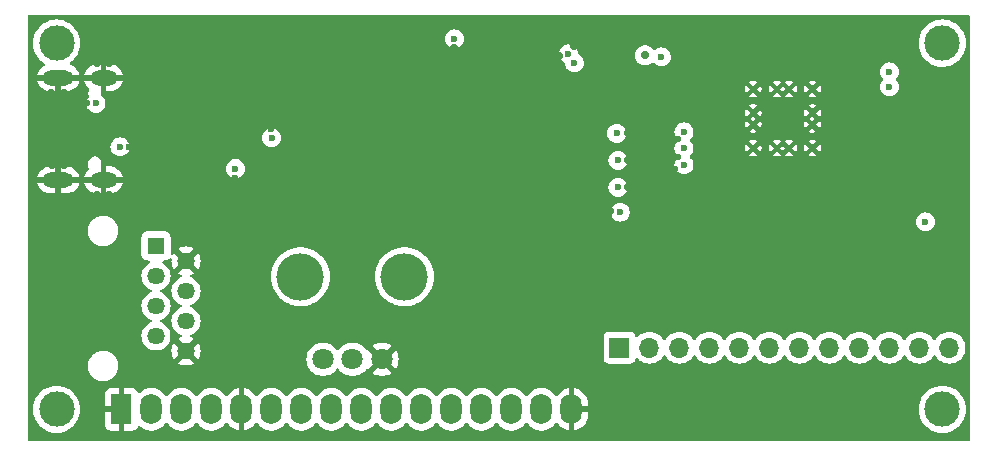
<source format=gbr>
%TF.GenerationSoftware,KiCad,Pcbnew,8.0.4*%
%TF.CreationDate,2024-10-27T11:38:08-06:00*%
%TF.ProjectId,SnakeTank,536e616b-6554-4616-9e6b-2e6b69636164,rev?*%
%TF.SameCoordinates,Original*%
%TF.FileFunction,Copper,L3,Inr*%
%TF.FilePolarity,Positive*%
%FSLAX46Y46*%
G04 Gerber Fmt 4.6, Leading zero omitted, Abs format (unit mm)*
G04 Created by KiCad (PCBNEW 8.0.4) date 2024-10-27 11:38:08*
%MOMM*%
%LPD*%
G01*
G04 APERTURE LIST*
%TA.AperFunction,ComponentPad*%
%ADD10C,0.400000*%
%TD*%
%TA.AperFunction,WasherPad*%
%ADD11C,4.000000*%
%TD*%
%TA.AperFunction,ComponentPad*%
%ADD12C,1.800000*%
%TD*%
%TA.AperFunction,ComponentPad*%
%ADD13R,1.700000X1.700000*%
%TD*%
%TA.AperFunction,ComponentPad*%
%ADD14O,1.700000X1.700000*%
%TD*%
%TA.AperFunction,ComponentPad*%
%ADD15R,1.458000X1.458000*%
%TD*%
%TA.AperFunction,ComponentPad*%
%ADD16C,1.458000*%
%TD*%
%TA.AperFunction,ComponentPad*%
%ADD17O,2.300000X1.300000*%
%TD*%
%TA.AperFunction,ComponentPad*%
%ADD18O,2.600000X1.300000*%
%TD*%
%TA.AperFunction,ComponentPad*%
%ADD19O,1.800000X2.600000*%
%TD*%
%TA.AperFunction,ComponentPad*%
%ADD20R,1.800000X2.600000*%
%TD*%
%TA.AperFunction,ComponentPad*%
%ADD21C,3.000000*%
%TD*%
%TA.AperFunction,ViaPad*%
%ADD22C,0.700000*%
%TD*%
%TA.AperFunction,ViaPad*%
%ADD23C,0.600000*%
%TD*%
G04 APERTURE END LIST*
D10*
%TO.N,GND*%
%TO.C,U2*%
X84920000Y-35914000D03*
X79920000Y-35914000D03*
X84920000Y-32914000D03*
X82920000Y-35914000D03*
X82920000Y-30914000D03*
X79920000Y-30914000D03*
X84920000Y-33914000D03*
X81920000Y-35914000D03*
X79920000Y-32914000D03*
X84920000Y-30914000D03*
X79920000Y-33914000D03*
X81920000Y-30914000D03*
%TD*%
D11*
%TO.N,*%
%TO.C,RV1*%
X41574000Y-46802000D03*
X50374000Y-46802000D03*
D12*
%TO.N,GND*%
X48474000Y-53802000D03*
%TO.N,Net-(DS1-VO)*%
X45974000Y-53802000D03*
%TO.N,+5V*%
X43474000Y-53802000D03*
%TD*%
D13*
%TO.N,IO3*%
%TO.C,J1*%
X68580000Y-52807000D03*
D14*
%TO.N,IO46*%
X71120000Y-52807000D03*
%TO.N,IO9*%
X73660000Y-52807000D03*
%TO.N,IO10*%
X76200000Y-52807000D03*
%TO.N,IO11*%
X78740000Y-52807000D03*
%TO.N,IO12*%
X81280000Y-52807000D03*
%TO.N,IO13*%
X83820000Y-52807000D03*
%TO.N,IO14*%
X86360000Y-52807000D03*
%TO.N,IO21*%
X88900000Y-52807000D03*
%TO.N,IO47*%
X91440000Y-52807000D03*
%TO.N,IO48*%
X93980000Y-52807000D03*
%TO.N,IO45*%
X96520000Y-52807000D03*
%TD*%
D15*
%TO.N,+5V*%
%TO.C,J3*%
X29340000Y-44196000D03*
D16*
%TO.N,GND*%
X31880000Y-45466000D03*
%TO.N,DHT11_1_data*%
X29340000Y-46736000D03*
%TO.N,DHT11_2_data*%
X31880000Y-48006000D03*
%TO.N,DHT11_3_data*%
X29340000Y-49276000D03*
%TO.N,DHT11_4_data*%
X31880000Y-50546000D03*
%TO.N,+5V*%
X29340000Y-51816000D03*
%TO.N,GND*%
X31880000Y-53086000D03*
%TD*%
D17*
%TO.N,GND*%
%TO.C,J2*%
X24898000Y-29966000D03*
D18*
X21073000Y-29966000D03*
D17*
X24898000Y-38606000D03*
D18*
X21073000Y-38606000D03*
%TD*%
D19*
%TO.N,GND*%
%TO.C,DS1*%
X64516000Y-58029500D03*
%TO.N,+5V*%
X61976000Y-58029500D03*
%TO.N,LCD_D7*%
X59436000Y-58029500D03*
%TO.N,LCD_D6*%
X56896000Y-58029500D03*
%TO.N,LCD_D5*%
X54356000Y-58029500D03*
%TO.N,LCD_D4*%
X51816000Y-58029500D03*
%TO.N,unconnected-(DS1-D3-Pad10)*%
X49276000Y-58029500D03*
%TO.N,unconnected-(DS1-D2-Pad9)*%
X46736000Y-58029500D03*
%TO.N,unconnected-(DS1-D1-Pad8)*%
X44196000Y-58029500D03*
%TO.N,unconnected-(DS1-D0-Pad7)*%
X41656000Y-58029500D03*
%TO.N,LCD_E*%
X39116000Y-58029500D03*
%TO.N,GND*%
X36576000Y-58029500D03*
%TO.N,LCD_RS*%
X34036000Y-58029500D03*
%TO.N,Net-(DS1-VO)*%
X31496000Y-58029500D03*
%TO.N,+5V*%
X28956000Y-58029500D03*
D20*
%TO.N,GND*%
X26416000Y-58029500D03*
D21*
%TO.N,*%
X95916000Y-58029500D03*
X95915480Y-27028800D03*
X20916900Y-58029500D03*
X20916900Y-27028800D03*
%TD*%
D22*
%TO.N,GND*%
X70104000Y-58420000D03*
X47498000Y-28702000D03*
X41275000Y-30353000D03*
X54864000Y-43434000D03*
D23*
X27051000Y-35814000D03*
X23495000Y-32131000D03*
%TO.N,Net-(FB1-Pad2)*%
X26289000Y-35814000D03*
X24257083Y-32131832D03*
D22*
%TO.N,GND*%
X61658500Y-33083500D03*
X64770000Y-27305000D03*
X63475180Y-28097364D03*
X27559000Y-36576000D03*
X24384000Y-39878000D03*
X25400000Y-39878000D03*
X24384000Y-28702000D03*
X20447000Y-31242000D03*
X30734000Y-54229000D03*
X30861000Y-46482000D03*
D23*
X39114946Y-34299628D03*
X36068000Y-38407903D03*
D22*
X30351000Y-32254000D03*
X32764000Y-38350000D03*
X25400000Y-28702000D03*
X21590000Y-31242000D03*
X21590000Y-37338000D03*
X20574000Y-37338000D03*
X33147000Y-44323000D03*
X30861000Y-51816000D03*
X66421000Y-58039000D03*
X24130000Y-58039000D03*
X37719000Y-55880000D03*
X54610000Y-27472403D03*
X56007000Y-28829000D03*
X90678000Y-25654000D03*
X77343000Y-25654000D03*
X26148236Y-37345764D03*
X26287000Y-31238000D03*
D23*
X73533000Y-35179000D03*
X73533000Y-36703000D03*
X73279000Y-37719000D03*
%TO.N,LCD_D4*%
X74041000Y-37338000D03*
%TO.N,LCD_E*%
X74041000Y-35941000D03*
%TO.N,LCD_RS*%
X74041000Y-34544000D03*
D22*
%TO.N,GND*%
X73279000Y-25781000D03*
D23*
X41026531Y-34480500D03*
X36576000Y-36449000D03*
D22*
X35179000Y-54229000D03*
X67809386Y-41246586D03*
X69323486Y-39224486D03*
X69342000Y-36957000D03*
X69342000Y-34671000D03*
X41656000Y-43434000D03*
X50292000Y-43434000D03*
D23*
%TO.N,/CHIP_PU*%
X72136000Y-28194000D03*
X64770000Y-28702000D03*
D22*
%TO.N,ESP_3V3*%
X70739000Y-28067000D03*
D23*
X64262000Y-27940000D03*
D22*
%TO.N,GND*%
X24763000Y-26412000D03*
X25779000Y-26412000D03*
D23*
%TO.N,/GPIO_0*%
X94488000Y-42164000D03*
X54610000Y-26670000D03*
%TO.N,/FTDI_UART_RX*%
X91440000Y-29464000D03*
X39121698Y-35052000D03*
%TO.N,DHT11_3_data*%
X68453000Y-39243000D03*
%TO.N,DHT11_2_data*%
X68453000Y-36957000D03*
%TO.N,DHT11_1_data*%
X68344880Y-34671000D03*
%TO.N,DHT11_4_data*%
X68643000Y-41339000D03*
%TO.N,/FDTI_UART_TX*%
X91440000Y-30734000D03*
X36068000Y-37655500D03*
D22*
%TO.N,GND*%
X63754000Y-30861000D03*
%TD*%
%TA.AperFunction,Conductor*%
%TO.N,GND*%
G36*
X98208539Y-24650185D02*
G01*
X98254294Y-24702989D01*
X98265500Y-24754500D01*
X98265500Y-60589500D01*
X98245815Y-60656539D01*
X98193011Y-60702294D01*
X98141500Y-60713500D01*
X18618500Y-60713500D01*
X18551461Y-60693815D01*
X18505706Y-60641011D01*
X18494500Y-60589500D01*
X18494500Y-58029498D01*
X18911290Y-58029498D01*
X18911290Y-58029501D01*
X18931704Y-58314933D01*
X18992528Y-58594537D01*
X18992530Y-58594543D01*
X18992531Y-58594546D01*
X19053292Y-58757451D01*
X19092535Y-58862666D01*
X19229670Y-59113809D01*
X19229675Y-59113817D01*
X19401154Y-59342887D01*
X19401170Y-59342905D01*
X19603494Y-59545229D01*
X19603512Y-59545245D01*
X19832582Y-59716724D01*
X19832590Y-59716729D01*
X20083733Y-59853864D01*
X20083732Y-59853864D01*
X20083736Y-59853865D01*
X20083739Y-59853867D01*
X20351854Y-59953869D01*
X20351860Y-59953870D01*
X20351862Y-59953871D01*
X20631466Y-60014695D01*
X20631468Y-60014695D01*
X20631472Y-60014696D01*
X20885120Y-60032837D01*
X20916899Y-60035110D01*
X20916900Y-60035110D01*
X20916901Y-60035110D01*
X20945495Y-60033064D01*
X21202328Y-60014696D01*
X21481946Y-59953869D01*
X21750061Y-59853867D01*
X22001215Y-59716726D01*
X22230295Y-59545239D01*
X22432639Y-59342895D01*
X22604126Y-59113815D01*
X22741267Y-58862661D01*
X22841269Y-58594546D01*
X22902096Y-58314928D01*
X22922510Y-58029500D01*
X22902096Y-57744072D01*
X22841269Y-57464454D01*
X22741267Y-57196339D01*
X22684235Y-57091894D01*
X22604129Y-56945190D01*
X22604124Y-56945182D01*
X22432645Y-56716112D01*
X22432629Y-56716094D01*
X22398190Y-56681655D01*
X25016000Y-56681655D01*
X25016000Y-57779500D01*
X25867518Y-57779500D01*
X25856889Y-57797909D01*
X25816000Y-57950509D01*
X25816000Y-58108491D01*
X25856889Y-58261091D01*
X25867518Y-58279500D01*
X25016000Y-58279500D01*
X25016000Y-59377344D01*
X25022401Y-59436872D01*
X25022403Y-59436879D01*
X25072645Y-59571586D01*
X25072649Y-59571593D01*
X25158809Y-59686687D01*
X25158812Y-59686690D01*
X25273906Y-59772850D01*
X25273913Y-59772854D01*
X25408620Y-59823096D01*
X25408627Y-59823098D01*
X25468155Y-59829499D01*
X25468172Y-59829500D01*
X26166000Y-59829500D01*
X26166000Y-58577982D01*
X26184409Y-58588611D01*
X26337009Y-58629500D01*
X26494991Y-58629500D01*
X26647591Y-58588611D01*
X26666000Y-58577982D01*
X26666000Y-59829500D01*
X27363828Y-59829500D01*
X27363844Y-59829499D01*
X27423372Y-59823098D01*
X27423379Y-59823096D01*
X27558086Y-59772854D01*
X27558093Y-59772850D01*
X27673187Y-59686690D01*
X27673190Y-59686687D01*
X27759350Y-59571593D01*
X27759354Y-59571586D01*
X27789213Y-59491531D01*
X27831084Y-59435597D01*
X27896548Y-59411180D01*
X27964821Y-59426031D01*
X27993076Y-59447183D01*
X28043636Y-59497743D01*
X28043641Y-59497747D01*
X28199192Y-59610760D01*
X28221978Y-59627315D01*
X28338501Y-59686687D01*
X28418393Y-59727395D01*
X28418396Y-59727396D01*
X28523221Y-59761455D01*
X28628049Y-59795515D01*
X28845778Y-59830000D01*
X28845779Y-59830000D01*
X29066221Y-59830000D01*
X29066222Y-59830000D01*
X29283951Y-59795515D01*
X29493606Y-59727395D01*
X29690022Y-59627315D01*
X29868365Y-59497742D01*
X30024242Y-59341865D01*
X30034804Y-59327326D01*
X30125682Y-59202245D01*
X30181011Y-59159579D01*
X30250625Y-59153600D01*
X30312420Y-59186205D01*
X30326318Y-59202245D01*
X30427752Y-59341858D01*
X30427756Y-59341863D01*
X30583636Y-59497743D01*
X30583641Y-59497747D01*
X30739192Y-59610760D01*
X30761978Y-59627315D01*
X30878501Y-59686687D01*
X30958393Y-59727395D01*
X30958396Y-59727396D01*
X31063221Y-59761455D01*
X31168049Y-59795515D01*
X31385778Y-59830000D01*
X31385779Y-59830000D01*
X31606221Y-59830000D01*
X31606222Y-59830000D01*
X31823951Y-59795515D01*
X32033606Y-59727395D01*
X32230022Y-59627315D01*
X32408365Y-59497742D01*
X32564242Y-59341865D01*
X32574804Y-59327326D01*
X32665682Y-59202245D01*
X32721011Y-59159579D01*
X32790625Y-59153600D01*
X32852420Y-59186205D01*
X32866318Y-59202245D01*
X32967752Y-59341858D01*
X32967756Y-59341863D01*
X33123636Y-59497743D01*
X33123641Y-59497747D01*
X33279192Y-59610760D01*
X33301978Y-59627315D01*
X33418501Y-59686687D01*
X33498393Y-59727395D01*
X33498396Y-59727396D01*
X33603221Y-59761455D01*
X33708049Y-59795515D01*
X33925778Y-59830000D01*
X33925779Y-59830000D01*
X34146221Y-59830000D01*
X34146222Y-59830000D01*
X34363951Y-59795515D01*
X34573606Y-59727395D01*
X34770022Y-59627315D01*
X34948365Y-59497742D01*
X35104242Y-59341865D01*
X35205991Y-59201817D01*
X35261320Y-59159153D01*
X35330933Y-59153174D01*
X35392729Y-59185779D01*
X35406627Y-59201818D01*
X35508142Y-59341541D01*
X35663958Y-59497357D01*
X35842239Y-59626886D01*
X36038589Y-59726932D01*
X36248163Y-59795026D01*
X36325999Y-59807354D01*
X36326000Y-59807354D01*
X36326000Y-58577982D01*
X36344409Y-58588611D01*
X36497009Y-58629500D01*
X36654991Y-58629500D01*
X36807591Y-58588611D01*
X36826000Y-58577982D01*
X36826000Y-59807354D01*
X36903834Y-59795026D01*
X36903837Y-59795026D01*
X37113410Y-59726932D01*
X37309760Y-59626886D01*
X37488041Y-59497357D01*
X37643857Y-59341541D01*
X37643862Y-59341535D01*
X37745372Y-59201819D01*
X37800702Y-59159153D01*
X37870315Y-59153174D01*
X37932110Y-59185779D01*
X37946008Y-59201819D01*
X38047752Y-59341858D01*
X38047756Y-59341863D01*
X38203636Y-59497743D01*
X38203641Y-59497747D01*
X38359192Y-59610760D01*
X38381978Y-59627315D01*
X38498501Y-59686687D01*
X38578393Y-59727395D01*
X38578396Y-59727396D01*
X38683221Y-59761455D01*
X38788049Y-59795515D01*
X39005778Y-59830000D01*
X39005779Y-59830000D01*
X39226221Y-59830000D01*
X39226222Y-59830000D01*
X39443951Y-59795515D01*
X39653606Y-59727395D01*
X39850022Y-59627315D01*
X40028365Y-59497742D01*
X40184242Y-59341865D01*
X40194804Y-59327326D01*
X40285682Y-59202245D01*
X40341011Y-59159579D01*
X40410625Y-59153600D01*
X40472420Y-59186205D01*
X40486318Y-59202245D01*
X40587752Y-59341858D01*
X40587756Y-59341863D01*
X40743636Y-59497743D01*
X40743641Y-59497747D01*
X40899192Y-59610760D01*
X40921978Y-59627315D01*
X41038501Y-59686687D01*
X41118393Y-59727395D01*
X41118396Y-59727396D01*
X41223221Y-59761455D01*
X41328049Y-59795515D01*
X41545778Y-59830000D01*
X41545779Y-59830000D01*
X41766221Y-59830000D01*
X41766222Y-59830000D01*
X41983951Y-59795515D01*
X42193606Y-59727395D01*
X42390022Y-59627315D01*
X42568365Y-59497742D01*
X42724242Y-59341865D01*
X42734804Y-59327326D01*
X42825682Y-59202245D01*
X42881011Y-59159579D01*
X42950625Y-59153600D01*
X43012420Y-59186205D01*
X43026318Y-59202245D01*
X43127752Y-59341858D01*
X43127756Y-59341863D01*
X43283636Y-59497743D01*
X43283641Y-59497747D01*
X43439192Y-59610760D01*
X43461978Y-59627315D01*
X43578501Y-59686687D01*
X43658393Y-59727395D01*
X43658396Y-59727396D01*
X43763221Y-59761455D01*
X43868049Y-59795515D01*
X44085778Y-59830000D01*
X44085779Y-59830000D01*
X44306221Y-59830000D01*
X44306222Y-59830000D01*
X44523951Y-59795515D01*
X44733606Y-59727395D01*
X44930022Y-59627315D01*
X45108365Y-59497742D01*
X45264242Y-59341865D01*
X45274804Y-59327326D01*
X45365682Y-59202245D01*
X45421011Y-59159579D01*
X45490625Y-59153600D01*
X45552420Y-59186205D01*
X45566318Y-59202245D01*
X45667752Y-59341858D01*
X45667756Y-59341863D01*
X45823636Y-59497743D01*
X45823641Y-59497747D01*
X45979192Y-59610760D01*
X46001978Y-59627315D01*
X46118501Y-59686687D01*
X46198393Y-59727395D01*
X46198396Y-59727396D01*
X46303221Y-59761455D01*
X46408049Y-59795515D01*
X46625778Y-59830000D01*
X46625779Y-59830000D01*
X46846221Y-59830000D01*
X46846222Y-59830000D01*
X47063951Y-59795515D01*
X47273606Y-59727395D01*
X47470022Y-59627315D01*
X47648365Y-59497742D01*
X47804242Y-59341865D01*
X47814804Y-59327326D01*
X47905682Y-59202245D01*
X47961011Y-59159579D01*
X48030625Y-59153600D01*
X48092420Y-59186205D01*
X48106318Y-59202245D01*
X48207752Y-59341858D01*
X48207756Y-59341863D01*
X48363636Y-59497743D01*
X48363641Y-59497747D01*
X48519192Y-59610760D01*
X48541978Y-59627315D01*
X48658501Y-59686687D01*
X48738393Y-59727395D01*
X48738396Y-59727396D01*
X48843221Y-59761455D01*
X48948049Y-59795515D01*
X49165778Y-59830000D01*
X49165779Y-59830000D01*
X49386221Y-59830000D01*
X49386222Y-59830000D01*
X49603951Y-59795515D01*
X49813606Y-59727395D01*
X50010022Y-59627315D01*
X50188365Y-59497742D01*
X50344242Y-59341865D01*
X50354804Y-59327326D01*
X50445682Y-59202245D01*
X50501011Y-59159579D01*
X50570625Y-59153600D01*
X50632420Y-59186205D01*
X50646318Y-59202245D01*
X50747752Y-59341858D01*
X50747756Y-59341863D01*
X50903636Y-59497743D01*
X50903641Y-59497747D01*
X51059192Y-59610760D01*
X51081978Y-59627315D01*
X51198501Y-59686687D01*
X51278393Y-59727395D01*
X51278396Y-59727396D01*
X51383221Y-59761455D01*
X51488049Y-59795515D01*
X51705778Y-59830000D01*
X51705779Y-59830000D01*
X51926221Y-59830000D01*
X51926222Y-59830000D01*
X52143951Y-59795515D01*
X52353606Y-59727395D01*
X52550022Y-59627315D01*
X52728365Y-59497742D01*
X52884242Y-59341865D01*
X52894804Y-59327326D01*
X52985682Y-59202245D01*
X53041011Y-59159579D01*
X53110625Y-59153600D01*
X53172420Y-59186205D01*
X53186318Y-59202245D01*
X53287752Y-59341858D01*
X53287756Y-59341863D01*
X53443636Y-59497743D01*
X53443641Y-59497747D01*
X53599192Y-59610760D01*
X53621978Y-59627315D01*
X53738501Y-59686687D01*
X53818393Y-59727395D01*
X53818396Y-59727396D01*
X53923221Y-59761455D01*
X54028049Y-59795515D01*
X54245778Y-59830000D01*
X54245779Y-59830000D01*
X54466221Y-59830000D01*
X54466222Y-59830000D01*
X54683951Y-59795515D01*
X54893606Y-59727395D01*
X55090022Y-59627315D01*
X55268365Y-59497742D01*
X55424242Y-59341865D01*
X55434804Y-59327326D01*
X55525682Y-59202245D01*
X55581011Y-59159579D01*
X55650625Y-59153600D01*
X55712420Y-59186205D01*
X55726318Y-59202245D01*
X55827752Y-59341858D01*
X55827756Y-59341863D01*
X55983636Y-59497743D01*
X55983641Y-59497747D01*
X56139192Y-59610760D01*
X56161978Y-59627315D01*
X56278501Y-59686687D01*
X56358393Y-59727395D01*
X56358396Y-59727396D01*
X56463221Y-59761455D01*
X56568049Y-59795515D01*
X56785778Y-59830000D01*
X56785779Y-59830000D01*
X57006221Y-59830000D01*
X57006222Y-59830000D01*
X57223951Y-59795515D01*
X57433606Y-59727395D01*
X57630022Y-59627315D01*
X57808365Y-59497742D01*
X57964242Y-59341865D01*
X57974804Y-59327326D01*
X58065682Y-59202245D01*
X58121011Y-59159579D01*
X58190625Y-59153600D01*
X58252420Y-59186205D01*
X58266318Y-59202245D01*
X58367752Y-59341858D01*
X58367756Y-59341863D01*
X58523636Y-59497743D01*
X58523641Y-59497747D01*
X58679192Y-59610760D01*
X58701978Y-59627315D01*
X58818501Y-59686687D01*
X58898393Y-59727395D01*
X58898396Y-59727396D01*
X59003221Y-59761455D01*
X59108049Y-59795515D01*
X59325778Y-59830000D01*
X59325779Y-59830000D01*
X59546221Y-59830000D01*
X59546222Y-59830000D01*
X59763951Y-59795515D01*
X59973606Y-59727395D01*
X60170022Y-59627315D01*
X60348365Y-59497742D01*
X60504242Y-59341865D01*
X60514804Y-59327326D01*
X60605682Y-59202245D01*
X60661011Y-59159579D01*
X60730625Y-59153600D01*
X60792420Y-59186205D01*
X60806318Y-59202245D01*
X60907752Y-59341858D01*
X60907756Y-59341863D01*
X61063636Y-59497743D01*
X61063641Y-59497747D01*
X61219192Y-59610760D01*
X61241978Y-59627315D01*
X61358501Y-59686687D01*
X61438393Y-59727395D01*
X61438396Y-59727396D01*
X61543221Y-59761455D01*
X61648049Y-59795515D01*
X61865778Y-59830000D01*
X61865779Y-59830000D01*
X62086221Y-59830000D01*
X62086222Y-59830000D01*
X62303951Y-59795515D01*
X62513606Y-59727395D01*
X62710022Y-59627315D01*
X62888365Y-59497742D01*
X63044242Y-59341865D01*
X63145991Y-59201817D01*
X63201320Y-59159153D01*
X63270933Y-59153174D01*
X63332729Y-59185779D01*
X63346627Y-59201818D01*
X63448142Y-59341541D01*
X63603958Y-59497357D01*
X63782239Y-59626886D01*
X63978589Y-59726932D01*
X64188163Y-59795026D01*
X64265999Y-59807354D01*
X64266000Y-59807354D01*
X64266000Y-58577982D01*
X64284409Y-58588611D01*
X64437009Y-58629500D01*
X64594991Y-58629500D01*
X64747591Y-58588611D01*
X64766000Y-58577982D01*
X64766000Y-59807354D01*
X64843834Y-59795026D01*
X64843837Y-59795026D01*
X65053410Y-59726932D01*
X65249760Y-59626886D01*
X65428041Y-59497357D01*
X65583857Y-59341541D01*
X65713386Y-59163260D01*
X65813432Y-58966910D01*
X65881526Y-58757335D01*
X65916000Y-58539681D01*
X65916000Y-58279500D01*
X65064482Y-58279500D01*
X65075111Y-58261091D01*
X65116000Y-58108491D01*
X65116000Y-58029498D01*
X93910390Y-58029498D01*
X93910390Y-58029501D01*
X93930804Y-58314933D01*
X93991628Y-58594537D01*
X93991630Y-58594543D01*
X93991631Y-58594546D01*
X94052392Y-58757451D01*
X94091635Y-58862666D01*
X94228770Y-59113809D01*
X94228775Y-59113817D01*
X94400254Y-59342887D01*
X94400270Y-59342905D01*
X94602594Y-59545229D01*
X94602612Y-59545245D01*
X94831682Y-59716724D01*
X94831690Y-59716729D01*
X95082833Y-59853864D01*
X95082832Y-59853864D01*
X95082836Y-59853865D01*
X95082839Y-59853867D01*
X95350954Y-59953869D01*
X95350960Y-59953870D01*
X95350962Y-59953871D01*
X95630566Y-60014695D01*
X95630568Y-60014695D01*
X95630572Y-60014696D01*
X95884220Y-60032837D01*
X95915999Y-60035110D01*
X95916000Y-60035110D01*
X95916001Y-60035110D01*
X95944595Y-60033064D01*
X96201428Y-60014696D01*
X96481046Y-59953869D01*
X96749161Y-59853867D01*
X97000315Y-59716726D01*
X97229395Y-59545239D01*
X97431739Y-59342895D01*
X97603226Y-59113815D01*
X97740367Y-58862661D01*
X97840369Y-58594546D01*
X97901196Y-58314928D01*
X97921610Y-58029500D01*
X97901196Y-57744072D01*
X97840369Y-57464454D01*
X97740367Y-57196339D01*
X97683335Y-57091894D01*
X97603229Y-56945190D01*
X97603224Y-56945182D01*
X97431745Y-56716112D01*
X97431729Y-56716094D01*
X97229405Y-56513770D01*
X97229387Y-56513754D01*
X97000317Y-56342275D01*
X97000309Y-56342270D01*
X96749166Y-56205135D01*
X96749167Y-56205135D01*
X96641915Y-56165132D01*
X96481046Y-56105131D01*
X96481043Y-56105130D01*
X96481037Y-56105128D01*
X96201433Y-56044304D01*
X95916001Y-56023890D01*
X95915999Y-56023890D01*
X95630566Y-56044304D01*
X95350962Y-56105128D01*
X95082833Y-56205135D01*
X94831690Y-56342270D01*
X94831682Y-56342275D01*
X94602612Y-56513754D01*
X94602594Y-56513770D01*
X94400270Y-56716094D01*
X94400254Y-56716112D01*
X94228775Y-56945182D01*
X94228770Y-56945190D01*
X94091635Y-57196333D01*
X93991628Y-57464462D01*
X93930804Y-57744066D01*
X93910390Y-58029498D01*
X65116000Y-58029498D01*
X65116000Y-57950509D01*
X65075111Y-57797909D01*
X65064482Y-57779500D01*
X65916000Y-57779500D01*
X65916000Y-57519318D01*
X65881526Y-57301664D01*
X65813432Y-57092089D01*
X65713386Y-56895739D01*
X65583857Y-56717458D01*
X65428041Y-56561642D01*
X65249760Y-56432113D01*
X65053410Y-56332067D01*
X64843836Y-56263973D01*
X64766000Y-56251644D01*
X64766000Y-57481017D01*
X64747591Y-57470389D01*
X64594991Y-57429500D01*
X64437009Y-57429500D01*
X64284409Y-57470389D01*
X64266000Y-57481017D01*
X64266000Y-56251644D01*
X64188164Y-56263973D01*
X64188161Y-56263973D01*
X63978589Y-56332067D01*
X63782239Y-56432113D01*
X63603958Y-56561642D01*
X63448142Y-56717458D01*
X63448142Y-56717459D01*
X63346627Y-56857181D01*
X63291297Y-56899846D01*
X63221683Y-56905825D01*
X63159888Y-56873219D01*
X63145991Y-56857180D01*
X63044247Y-56717141D01*
X63044243Y-56717136D01*
X62888363Y-56561256D01*
X62888358Y-56561252D01*
X62710025Y-56431687D01*
X62710024Y-56431686D01*
X62710022Y-56431685D01*
X62647096Y-56399622D01*
X62513606Y-56331604D01*
X62513603Y-56331603D01*
X62303952Y-56263485D01*
X62195086Y-56246242D01*
X62086222Y-56229000D01*
X61865778Y-56229000D01*
X61793201Y-56240495D01*
X61648047Y-56263485D01*
X61438396Y-56331603D01*
X61438393Y-56331604D01*
X61241974Y-56431687D01*
X61063641Y-56561252D01*
X61063636Y-56561256D01*
X60907756Y-56717136D01*
X60907752Y-56717141D01*
X60806318Y-56856754D01*
X60750988Y-56899420D01*
X60681375Y-56905399D01*
X60619580Y-56872793D01*
X60605682Y-56856754D01*
X60504247Y-56717141D01*
X60504243Y-56717136D01*
X60348363Y-56561256D01*
X60348358Y-56561252D01*
X60170025Y-56431687D01*
X60170024Y-56431686D01*
X60170022Y-56431685D01*
X60107096Y-56399622D01*
X59973606Y-56331604D01*
X59973603Y-56331603D01*
X59763952Y-56263485D01*
X59655086Y-56246242D01*
X59546222Y-56229000D01*
X59325778Y-56229000D01*
X59253201Y-56240495D01*
X59108047Y-56263485D01*
X58898396Y-56331603D01*
X58898393Y-56331604D01*
X58701974Y-56431687D01*
X58523641Y-56561252D01*
X58523636Y-56561256D01*
X58367756Y-56717136D01*
X58367752Y-56717141D01*
X58266318Y-56856754D01*
X58210988Y-56899420D01*
X58141375Y-56905399D01*
X58079580Y-56872793D01*
X58065682Y-56856754D01*
X57964247Y-56717141D01*
X57964243Y-56717136D01*
X57808363Y-56561256D01*
X57808358Y-56561252D01*
X57630025Y-56431687D01*
X57630024Y-56431686D01*
X57630022Y-56431685D01*
X57567096Y-56399622D01*
X57433606Y-56331604D01*
X57433603Y-56331603D01*
X57223952Y-56263485D01*
X57115086Y-56246242D01*
X57006222Y-56229000D01*
X56785778Y-56229000D01*
X56713201Y-56240495D01*
X56568047Y-56263485D01*
X56358396Y-56331603D01*
X56358393Y-56331604D01*
X56161974Y-56431687D01*
X55983641Y-56561252D01*
X55983636Y-56561256D01*
X55827756Y-56717136D01*
X55827752Y-56717141D01*
X55726318Y-56856754D01*
X55670988Y-56899420D01*
X55601375Y-56905399D01*
X55539580Y-56872793D01*
X55525682Y-56856754D01*
X55424247Y-56717141D01*
X55424243Y-56717136D01*
X55268363Y-56561256D01*
X55268358Y-56561252D01*
X55090025Y-56431687D01*
X55090024Y-56431686D01*
X55090022Y-56431685D01*
X55027096Y-56399622D01*
X54893606Y-56331604D01*
X54893603Y-56331603D01*
X54683952Y-56263485D01*
X54575086Y-56246242D01*
X54466222Y-56229000D01*
X54245778Y-56229000D01*
X54173201Y-56240495D01*
X54028047Y-56263485D01*
X53818396Y-56331603D01*
X53818393Y-56331604D01*
X53621974Y-56431687D01*
X53443641Y-56561252D01*
X53443636Y-56561256D01*
X53287756Y-56717136D01*
X53287752Y-56717141D01*
X53186318Y-56856754D01*
X53130988Y-56899420D01*
X53061375Y-56905399D01*
X52999580Y-56872793D01*
X52985682Y-56856754D01*
X52884247Y-56717141D01*
X52884243Y-56717136D01*
X52728363Y-56561256D01*
X52728358Y-56561252D01*
X52550025Y-56431687D01*
X52550024Y-56431686D01*
X52550022Y-56431685D01*
X52487096Y-56399622D01*
X52353606Y-56331604D01*
X52353603Y-56331603D01*
X52143952Y-56263485D01*
X52035086Y-56246242D01*
X51926222Y-56229000D01*
X51705778Y-56229000D01*
X51633201Y-56240495D01*
X51488047Y-56263485D01*
X51278396Y-56331603D01*
X51278393Y-56331604D01*
X51081974Y-56431687D01*
X50903641Y-56561252D01*
X50903636Y-56561256D01*
X50747756Y-56717136D01*
X50747752Y-56717141D01*
X50646318Y-56856754D01*
X50590988Y-56899420D01*
X50521375Y-56905399D01*
X50459580Y-56872793D01*
X50445682Y-56856754D01*
X50344247Y-56717141D01*
X50344243Y-56717136D01*
X50188363Y-56561256D01*
X50188358Y-56561252D01*
X50010025Y-56431687D01*
X50010024Y-56431686D01*
X50010022Y-56431685D01*
X49947096Y-56399622D01*
X49813606Y-56331604D01*
X49813603Y-56331603D01*
X49603952Y-56263485D01*
X49495086Y-56246242D01*
X49386222Y-56229000D01*
X49165778Y-56229000D01*
X49093201Y-56240495D01*
X48948047Y-56263485D01*
X48738396Y-56331603D01*
X48738393Y-56331604D01*
X48541974Y-56431687D01*
X48363641Y-56561252D01*
X48363636Y-56561256D01*
X48207756Y-56717136D01*
X48207752Y-56717141D01*
X48106318Y-56856754D01*
X48050988Y-56899420D01*
X47981375Y-56905399D01*
X47919580Y-56872793D01*
X47905682Y-56856754D01*
X47804247Y-56717141D01*
X47804243Y-56717136D01*
X47648363Y-56561256D01*
X47648358Y-56561252D01*
X47470025Y-56431687D01*
X47470024Y-56431686D01*
X47470022Y-56431685D01*
X47407096Y-56399622D01*
X47273606Y-56331604D01*
X47273603Y-56331603D01*
X47063952Y-56263485D01*
X46955086Y-56246242D01*
X46846222Y-56229000D01*
X46625778Y-56229000D01*
X46553201Y-56240495D01*
X46408047Y-56263485D01*
X46198396Y-56331603D01*
X46198393Y-56331604D01*
X46001974Y-56431687D01*
X45823641Y-56561252D01*
X45823636Y-56561256D01*
X45667756Y-56717136D01*
X45667752Y-56717141D01*
X45566318Y-56856754D01*
X45510988Y-56899420D01*
X45441375Y-56905399D01*
X45379580Y-56872793D01*
X45365682Y-56856754D01*
X45264247Y-56717141D01*
X45264243Y-56717136D01*
X45108363Y-56561256D01*
X45108358Y-56561252D01*
X44930025Y-56431687D01*
X44930024Y-56431686D01*
X44930022Y-56431685D01*
X44867096Y-56399622D01*
X44733606Y-56331604D01*
X44733603Y-56331603D01*
X44523952Y-56263485D01*
X44415086Y-56246242D01*
X44306222Y-56229000D01*
X44085778Y-56229000D01*
X44013201Y-56240495D01*
X43868047Y-56263485D01*
X43658396Y-56331603D01*
X43658393Y-56331604D01*
X43461974Y-56431687D01*
X43283641Y-56561252D01*
X43283636Y-56561256D01*
X43127756Y-56717136D01*
X43127752Y-56717141D01*
X43026318Y-56856754D01*
X42970988Y-56899420D01*
X42901375Y-56905399D01*
X42839580Y-56872793D01*
X42825682Y-56856754D01*
X42724247Y-56717141D01*
X42724243Y-56717136D01*
X42568363Y-56561256D01*
X42568358Y-56561252D01*
X42390025Y-56431687D01*
X42390024Y-56431686D01*
X42390022Y-56431685D01*
X42327096Y-56399622D01*
X42193606Y-56331604D01*
X42193603Y-56331603D01*
X41983952Y-56263485D01*
X41875086Y-56246242D01*
X41766222Y-56229000D01*
X41545778Y-56229000D01*
X41473201Y-56240495D01*
X41328047Y-56263485D01*
X41118396Y-56331603D01*
X41118393Y-56331604D01*
X40921974Y-56431687D01*
X40743641Y-56561252D01*
X40743636Y-56561256D01*
X40587756Y-56717136D01*
X40587752Y-56717141D01*
X40486318Y-56856754D01*
X40430988Y-56899420D01*
X40361375Y-56905399D01*
X40299580Y-56872793D01*
X40285682Y-56856754D01*
X40184247Y-56717141D01*
X40184243Y-56717136D01*
X40028363Y-56561256D01*
X40028358Y-56561252D01*
X39850025Y-56431687D01*
X39850024Y-56431686D01*
X39850022Y-56431685D01*
X39787096Y-56399622D01*
X39653606Y-56331604D01*
X39653603Y-56331603D01*
X39443952Y-56263485D01*
X39335086Y-56246242D01*
X39226222Y-56229000D01*
X39005778Y-56229000D01*
X38933201Y-56240495D01*
X38788047Y-56263485D01*
X38578396Y-56331603D01*
X38578393Y-56331604D01*
X38381974Y-56431687D01*
X38203641Y-56561252D01*
X38203636Y-56561256D01*
X38047756Y-56717136D01*
X37946008Y-56857181D01*
X37890678Y-56899846D01*
X37821065Y-56905825D01*
X37759270Y-56873219D01*
X37745372Y-56857180D01*
X37643862Y-56717464D01*
X37643857Y-56717458D01*
X37488041Y-56561642D01*
X37309760Y-56432113D01*
X37113410Y-56332067D01*
X36903836Y-56263973D01*
X36826000Y-56251644D01*
X36826000Y-57481017D01*
X36807591Y-57470389D01*
X36654991Y-57429500D01*
X36497009Y-57429500D01*
X36344409Y-57470389D01*
X36326000Y-57481017D01*
X36326000Y-56251644D01*
X36248164Y-56263973D01*
X36248161Y-56263973D01*
X36038589Y-56332067D01*
X35842239Y-56432113D01*
X35663958Y-56561642D01*
X35508142Y-56717458D01*
X35508142Y-56717459D01*
X35406627Y-56857181D01*
X35351297Y-56899846D01*
X35281683Y-56905825D01*
X35219888Y-56873219D01*
X35205991Y-56857180D01*
X35104247Y-56717141D01*
X35104243Y-56717136D01*
X34948363Y-56561256D01*
X34948358Y-56561252D01*
X34770025Y-56431687D01*
X34770024Y-56431686D01*
X34770022Y-56431685D01*
X34707096Y-56399622D01*
X34573606Y-56331604D01*
X34573603Y-56331603D01*
X34363952Y-56263485D01*
X34255086Y-56246242D01*
X34146222Y-56229000D01*
X33925778Y-56229000D01*
X33853201Y-56240495D01*
X33708047Y-56263485D01*
X33498396Y-56331603D01*
X33498393Y-56331604D01*
X33301974Y-56431687D01*
X33123641Y-56561252D01*
X33123636Y-56561256D01*
X32967756Y-56717136D01*
X32967752Y-56717141D01*
X32866318Y-56856754D01*
X32810988Y-56899420D01*
X32741375Y-56905399D01*
X32679580Y-56872793D01*
X32665682Y-56856754D01*
X32564247Y-56717141D01*
X32564243Y-56717136D01*
X32408363Y-56561256D01*
X32408358Y-56561252D01*
X32230025Y-56431687D01*
X32230024Y-56431686D01*
X32230022Y-56431685D01*
X32167096Y-56399622D01*
X32033606Y-56331604D01*
X32033603Y-56331603D01*
X31823952Y-56263485D01*
X31715086Y-56246242D01*
X31606222Y-56229000D01*
X31385778Y-56229000D01*
X31313201Y-56240495D01*
X31168047Y-56263485D01*
X30958396Y-56331603D01*
X30958393Y-56331604D01*
X30761974Y-56431687D01*
X30583641Y-56561252D01*
X30583636Y-56561256D01*
X30427756Y-56717136D01*
X30427752Y-56717141D01*
X30326318Y-56856754D01*
X30270988Y-56899420D01*
X30201375Y-56905399D01*
X30139580Y-56872793D01*
X30125682Y-56856754D01*
X30024247Y-56717141D01*
X30024243Y-56717136D01*
X29868363Y-56561256D01*
X29868358Y-56561252D01*
X29690025Y-56431687D01*
X29690024Y-56431686D01*
X29690022Y-56431685D01*
X29627096Y-56399622D01*
X29493606Y-56331604D01*
X29493603Y-56331603D01*
X29283952Y-56263485D01*
X29175086Y-56246242D01*
X29066222Y-56229000D01*
X28845778Y-56229000D01*
X28773201Y-56240495D01*
X28628047Y-56263485D01*
X28418396Y-56331603D01*
X28418393Y-56331604D01*
X28221974Y-56431687D01*
X28043641Y-56561252D01*
X28043636Y-56561256D01*
X27993075Y-56611817D01*
X27931752Y-56645301D01*
X27862060Y-56640316D01*
X27806127Y-56598445D01*
X27789213Y-56567468D01*
X27759354Y-56487413D01*
X27759350Y-56487406D01*
X27673190Y-56372312D01*
X27673187Y-56372309D01*
X27558093Y-56286149D01*
X27558086Y-56286145D01*
X27423379Y-56235903D01*
X27423372Y-56235901D01*
X27363844Y-56229500D01*
X26666000Y-56229500D01*
X26666000Y-57481017D01*
X26647591Y-57470389D01*
X26494991Y-57429500D01*
X26337009Y-57429500D01*
X26184409Y-57470389D01*
X26166000Y-57481017D01*
X26166000Y-56229500D01*
X25468155Y-56229500D01*
X25408627Y-56235901D01*
X25408620Y-56235903D01*
X25273913Y-56286145D01*
X25273906Y-56286149D01*
X25158812Y-56372309D01*
X25158809Y-56372312D01*
X25072649Y-56487406D01*
X25072645Y-56487413D01*
X25022403Y-56622120D01*
X25022401Y-56622127D01*
X25016000Y-56681655D01*
X22398190Y-56681655D01*
X22230305Y-56513770D01*
X22230287Y-56513754D01*
X22001217Y-56342275D01*
X22001209Y-56342270D01*
X21750066Y-56205135D01*
X21750067Y-56205135D01*
X21642815Y-56165132D01*
X21481946Y-56105131D01*
X21481943Y-56105130D01*
X21481937Y-56105128D01*
X21202333Y-56044304D01*
X20916901Y-56023890D01*
X20916899Y-56023890D01*
X20631466Y-56044304D01*
X20351862Y-56105128D01*
X20083733Y-56205135D01*
X19832590Y-56342270D01*
X19832582Y-56342275D01*
X19603512Y-56513754D01*
X19603494Y-56513770D01*
X19401170Y-56716094D01*
X19401154Y-56716112D01*
X19229675Y-56945182D01*
X19229670Y-56945190D01*
X19092535Y-57196333D01*
X18992528Y-57464462D01*
X18931704Y-57744066D01*
X18911290Y-58029498D01*
X18494500Y-58029498D01*
X18494500Y-54255616D01*
X23584500Y-54255616D01*
X23584500Y-54456384D01*
X23601361Y-54562839D01*
X23615907Y-54654680D01*
X23677949Y-54845626D01*
X23733348Y-54954351D01*
X23769095Y-55024508D01*
X23887103Y-55186932D01*
X24029068Y-55328897D01*
X24191492Y-55446905D01*
X24276007Y-55489967D01*
X24370373Y-55538050D01*
X24370375Y-55538050D01*
X24370378Y-55538052D01*
X24561320Y-55600093D01*
X24759616Y-55631500D01*
X24759617Y-55631500D01*
X24960383Y-55631500D01*
X24960384Y-55631500D01*
X25158680Y-55600093D01*
X25349622Y-55538052D01*
X25528508Y-55446905D01*
X25690932Y-55328897D01*
X25832897Y-55186932D01*
X25950905Y-55024508D01*
X26042052Y-54845622D01*
X26104093Y-54654680D01*
X26135500Y-54456384D01*
X26135500Y-54255616D01*
X26104093Y-54057320D01*
X26042052Y-53866378D01*
X26042050Y-53866375D01*
X26042050Y-53866373D01*
X25963384Y-53711984D01*
X25950905Y-53687492D01*
X25832897Y-53525068D01*
X25690932Y-53383103D01*
X25528508Y-53265095D01*
X25349626Y-53173949D01*
X25158680Y-53111907D01*
X24960384Y-53080500D01*
X24759616Y-53080500D01*
X24660468Y-53096203D01*
X24561319Y-53111907D01*
X24370373Y-53173949D01*
X24191491Y-53265095D01*
X24098822Y-53332423D01*
X24029068Y-53383103D01*
X24029066Y-53383105D01*
X24029065Y-53383105D01*
X23887105Y-53525065D01*
X23887105Y-53525066D01*
X23887103Y-53525068D01*
X23860997Y-53561000D01*
X23769095Y-53687491D01*
X23677949Y-53866373D01*
X23615907Y-54057319D01*
X23606922Y-54114046D01*
X23584500Y-54255616D01*
X18494500Y-54255616D01*
X18494500Y-46735998D01*
X28105804Y-46735998D01*
X28105804Y-46736001D01*
X28124553Y-46950310D01*
X28124555Y-46950321D01*
X28180232Y-47158112D01*
X28180234Y-47158116D01*
X28180235Y-47158120D01*
X28205673Y-47212672D01*
X28271155Y-47353098D01*
X28271157Y-47353102D01*
X28394551Y-47529327D01*
X28546672Y-47681448D01*
X28722897Y-47804842D01*
X28722899Y-47804843D01*
X28722902Y-47804845D01*
X28913276Y-47893618D01*
X28965715Y-47939790D01*
X28984867Y-48006984D01*
X28964651Y-48073865D01*
X28913276Y-48118382D01*
X28722901Y-48207155D01*
X28722897Y-48207157D01*
X28546672Y-48330551D01*
X28394551Y-48482672D01*
X28271157Y-48658897D01*
X28271155Y-48658901D01*
X28180236Y-48853878D01*
X28180232Y-48853887D01*
X28124555Y-49061678D01*
X28124553Y-49061689D01*
X28105804Y-49275998D01*
X28105804Y-49276001D01*
X28124553Y-49490310D01*
X28124555Y-49490321D01*
X28180232Y-49698112D01*
X28180234Y-49698116D01*
X28180235Y-49698120D01*
X28205673Y-49752672D01*
X28271155Y-49893098D01*
X28271157Y-49893102D01*
X28394551Y-50069327D01*
X28546672Y-50221448D01*
X28722897Y-50344842D01*
X28722899Y-50344843D01*
X28722902Y-50344845D01*
X28913276Y-50433618D01*
X28965715Y-50479790D01*
X28984867Y-50546984D01*
X28964651Y-50613865D01*
X28913276Y-50658382D01*
X28722901Y-50747155D01*
X28722897Y-50747157D01*
X28546672Y-50870551D01*
X28394551Y-51022672D01*
X28271157Y-51198897D01*
X28271155Y-51198901D01*
X28180236Y-51393878D01*
X28180232Y-51393887D01*
X28124555Y-51601678D01*
X28124553Y-51601689D01*
X28105804Y-51815998D01*
X28105804Y-51816001D01*
X28124553Y-52030310D01*
X28124555Y-52030321D01*
X28180232Y-52238112D01*
X28180234Y-52238116D01*
X28180235Y-52238120D01*
X28271155Y-52433098D01*
X28271157Y-52433102D01*
X28394551Y-52609327D01*
X28546672Y-52761448D01*
X28722897Y-52884842D01*
X28722899Y-52884843D01*
X28722902Y-52884845D01*
X28917880Y-52975765D01*
X29125684Y-53031446D01*
X29278766Y-53044838D01*
X29339998Y-53050196D01*
X29340000Y-53050196D01*
X29340002Y-53050196D01*
X29393579Y-53045508D01*
X29554316Y-53031446D01*
X29762120Y-52975765D01*
X29957098Y-52884845D01*
X30133326Y-52761449D01*
X30285449Y-52609326D01*
X30408845Y-52433098D01*
X30499765Y-52238120D01*
X30555446Y-52030316D01*
X30574196Y-51816000D01*
X30555446Y-51601684D01*
X30499765Y-51393880D01*
X30408845Y-51198902D01*
X30408843Y-51198899D01*
X30408842Y-51198897D01*
X30285448Y-51022672D01*
X30133327Y-50870551D01*
X29957102Y-50747157D01*
X29957098Y-50747155D01*
X29766721Y-50658380D01*
X29714284Y-50612210D01*
X29695132Y-50545016D01*
X29715348Y-50478135D01*
X29766721Y-50433619D01*
X29957098Y-50344845D01*
X30133326Y-50221449D01*
X30285449Y-50069326D01*
X30408845Y-49893098D01*
X30499765Y-49698120D01*
X30555446Y-49490316D01*
X30574196Y-49276000D01*
X30573064Y-49263066D01*
X30556597Y-49074842D01*
X30555446Y-49061684D01*
X30499765Y-48853880D01*
X30408845Y-48658902D01*
X30408843Y-48658899D01*
X30408842Y-48658897D01*
X30285448Y-48482672D01*
X30133327Y-48330551D01*
X29957102Y-48207157D01*
X29957098Y-48207155D01*
X29766721Y-48118380D01*
X29714284Y-48072210D01*
X29695132Y-48005016D01*
X29715348Y-47938135D01*
X29766721Y-47893619D01*
X29957098Y-47804845D01*
X30133326Y-47681449D01*
X30285449Y-47529326D01*
X30408845Y-47353098D01*
X30499765Y-47158120D01*
X30555446Y-46950316D01*
X30574196Y-46736000D01*
X30555446Y-46521684D01*
X30499765Y-46313880D01*
X30408845Y-46118902D01*
X30408843Y-46118899D01*
X30408842Y-46118897D01*
X30285448Y-45942672D01*
X30133327Y-45790551D01*
X29957102Y-45667157D01*
X29957094Y-45667153D01*
X29945788Y-45661881D01*
X29893348Y-45615709D01*
X29874196Y-45548516D01*
X29894411Y-45481635D01*
X29947576Y-45436300D01*
X29998191Y-45425499D01*
X30116872Y-45425499D01*
X30176483Y-45419091D01*
X30311331Y-45368796D01*
X30426546Y-45282546D01*
X30432850Y-45274123D01*
X30488780Y-45232253D01*
X30558472Y-45227267D01*
X30619796Y-45260751D01*
X30653283Y-45322073D01*
X30655645Y-45359241D01*
X30646305Y-45465997D01*
X30646305Y-45466000D01*
X30665047Y-45680224D01*
X30665049Y-45680234D01*
X30720703Y-45887941D01*
X30720707Y-45887950D01*
X30811588Y-46082846D01*
X30811589Y-46082848D01*
X30851952Y-46140492D01*
X30851953Y-46140493D01*
X31417449Y-45574996D01*
X31437370Y-45649343D01*
X31499905Y-45757657D01*
X31588343Y-45846095D01*
X31696657Y-45908630D01*
X31771002Y-45928550D01*
X31205505Y-46494046D01*
X31263153Y-46534411D01*
X31453866Y-46623342D01*
X31506305Y-46669514D01*
X31525457Y-46736708D01*
X31505241Y-46803589D01*
X31453866Y-46848106D01*
X31262902Y-46937155D01*
X31262897Y-46937157D01*
X31086672Y-47060551D01*
X30934551Y-47212672D01*
X30811157Y-47388897D01*
X30811155Y-47388901D01*
X30720236Y-47583878D01*
X30720232Y-47583887D01*
X30664555Y-47791678D01*
X30664553Y-47791689D01*
X30645804Y-48005998D01*
X30645804Y-48006001D01*
X30664553Y-48220310D01*
X30664555Y-48220321D01*
X30720232Y-48428112D01*
X30720234Y-48428116D01*
X30720235Y-48428120D01*
X30811155Y-48623098D01*
X30811157Y-48623102D01*
X30934551Y-48799327D01*
X31086672Y-48951448D01*
X31262897Y-49074842D01*
X31262899Y-49074843D01*
X31262902Y-49074845D01*
X31453276Y-49163618D01*
X31505715Y-49209790D01*
X31524867Y-49276984D01*
X31504651Y-49343865D01*
X31453276Y-49388382D01*
X31262901Y-49477155D01*
X31262897Y-49477157D01*
X31086672Y-49600551D01*
X30934551Y-49752672D01*
X30811157Y-49928897D01*
X30811155Y-49928901D01*
X30720236Y-50123878D01*
X30720232Y-50123887D01*
X30664555Y-50331678D01*
X30664553Y-50331689D01*
X30645804Y-50545998D01*
X30645804Y-50546001D01*
X30664553Y-50760310D01*
X30664555Y-50760321D01*
X30720232Y-50968112D01*
X30720234Y-50968116D01*
X30720235Y-50968120D01*
X30745673Y-51022672D01*
X30811155Y-51163098D01*
X30811157Y-51163102D01*
X30934551Y-51339327D01*
X31086672Y-51491448D01*
X31262897Y-51614842D01*
X31262899Y-51614843D01*
X31262902Y-51614845D01*
X31453866Y-51703893D01*
X31506305Y-51750065D01*
X31525457Y-51817259D01*
X31505241Y-51884140D01*
X31453866Y-51928657D01*
X31263149Y-52017590D01*
X31205506Y-52057952D01*
X31205505Y-52057953D01*
X31771002Y-52623449D01*
X31696657Y-52643370D01*
X31588343Y-52705905D01*
X31499905Y-52794343D01*
X31437370Y-52902657D01*
X31417449Y-52977002D01*
X30851953Y-52411505D01*
X30851952Y-52411506D01*
X30811591Y-52469149D01*
X30720706Y-52664049D01*
X30720703Y-52664058D01*
X30665049Y-52871765D01*
X30665047Y-52871775D01*
X30646305Y-53085999D01*
X30646305Y-53086000D01*
X30665047Y-53300224D01*
X30665049Y-53300234D01*
X30720703Y-53507941D01*
X30720707Y-53507950D01*
X30811588Y-53702846D01*
X30811589Y-53702848D01*
X30851952Y-53760492D01*
X30851953Y-53760493D01*
X31417449Y-53194996D01*
X31437370Y-53269343D01*
X31499905Y-53377657D01*
X31588343Y-53466095D01*
X31696657Y-53528630D01*
X31771002Y-53548550D01*
X31205505Y-54114046D01*
X31263153Y-54154411D01*
X31458049Y-54245292D01*
X31458058Y-54245296D01*
X31665765Y-54300950D01*
X31665775Y-54300952D01*
X31879999Y-54319695D01*
X31880001Y-54319695D01*
X32094224Y-54300952D01*
X32094234Y-54300950D01*
X32301941Y-54245296D01*
X32301950Y-54245292D01*
X32496845Y-54154412D01*
X32554493Y-54114046D01*
X32242441Y-53801993D01*
X42068700Y-53801993D01*
X42068700Y-53802006D01*
X42087864Y-54033297D01*
X42087866Y-54033308D01*
X42144842Y-54258300D01*
X42238075Y-54470848D01*
X42365016Y-54665147D01*
X42365019Y-54665151D01*
X42365021Y-54665153D01*
X42522216Y-54835913D01*
X42522219Y-54835915D01*
X42522222Y-54835918D01*
X42705365Y-54978464D01*
X42705371Y-54978468D01*
X42705374Y-54978470D01*
X42790445Y-55024508D01*
X42908652Y-55088479D01*
X42909497Y-55088936D01*
X43023487Y-55128068D01*
X43129015Y-55164297D01*
X43129017Y-55164297D01*
X43129019Y-55164298D01*
X43357951Y-55202500D01*
X43357952Y-55202500D01*
X43590048Y-55202500D01*
X43590049Y-55202500D01*
X43818981Y-55164298D01*
X44038503Y-55088936D01*
X44242626Y-54978470D01*
X44243170Y-54978047D01*
X44304129Y-54930600D01*
X44425784Y-54835913D01*
X44582979Y-54665153D01*
X44620191Y-54608196D01*
X44673337Y-54562839D01*
X44742569Y-54553415D01*
X44805904Y-54582917D01*
X44827809Y-54608196D01*
X44865016Y-54665147D01*
X44865019Y-54665151D01*
X44865021Y-54665153D01*
X45022216Y-54835913D01*
X45022219Y-54835915D01*
X45022222Y-54835918D01*
X45205365Y-54978464D01*
X45205371Y-54978468D01*
X45205374Y-54978470D01*
X45290445Y-55024508D01*
X45408652Y-55088479D01*
X45409497Y-55088936D01*
X45523487Y-55128068D01*
X45629015Y-55164297D01*
X45629017Y-55164297D01*
X45629019Y-55164298D01*
X45857951Y-55202500D01*
X45857952Y-55202500D01*
X46090048Y-55202500D01*
X46090049Y-55202500D01*
X46318981Y-55164298D01*
X46538503Y-55088936D01*
X46742626Y-54978470D01*
X46743170Y-54978047D01*
X46804129Y-54930600D01*
X46925784Y-54835913D01*
X47082979Y-54665153D01*
X47120491Y-54607736D01*
X47173634Y-54562382D01*
X47242865Y-54552957D01*
X47306201Y-54582458D01*
X47320914Y-54599436D01*
X47322812Y-54599633D01*
X47991037Y-53931408D01*
X48008075Y-53994993D01*
X48073901Y-54109007D01*
X48166993Y-54202099D01*
X48281007Y-54267925D01*
X48344590Y-54284962D01*
X47675201Y-54954351D01*
X47705649Y-54978050D01*
X47909697Y-55088476D01*
X47909706Y-55088479D01*
X48129139Y-55163811D01*
X48357993Y-55202000D01*
X48590007Y-55202000D01*
X48818860Y-55163811D01*
X49038293Y-55088479D01*
X49038301Y-55088476D01*
X49242355Y-54978047D01*
X49272797Y-54954351D01*
X49272798Y-54954350D01*
X48603410Y-54284962D01*
X48666993Y-54267925D01*
X48781007Y-54202099D01*
X48874099Y-54109007D01*
X48939925Y-53994993D01*
X48956962Y-53931409D01*
X49625186Y-54599633D01*
X49709482Y-54470611D01*
X49802682Y-54258135D01*
X49859638Y-54033218D01*
X49878798Y-53802005D01*
X49878798Y-53801994D01*
X49859638Y-53570781D01*
X49802682Y-53345864D01*
X49709484Y-53133393D01*
X49625186Y-53004365D01*
X48956962Y-53672589D01*
X48939925Y-53609007D01*
X48874099Y-53494993D01*
X48781007Y-53401901D01*
X48666993Y-53336075D01*
X48603409Y-53319037D01*
X49272797Y-52649647D01*
X49272797Y-52649645D01*
X49242360Y-52625955D01*
X49242354Y-52625951D01*
X49038302Y-52515523D01*
X49038293Y-52515520D01*
X48818860Y-52440188D01*
X48590007Y-52402000D01*
X48357993Y-52402000D01*
X48129139Y-52440188D01*
X47909706Y-52515520D01*
X47909697Y-52515523D01*
X47705650Y-52625949D01*
X47675200Y-52649647D01*
X48344591Y-53319037D01*
X48281007Y-53336075D01*
X48166993Y-53401901D01*
X48073901Y-53494993D01*
X48008075Y-53609007D01*
X47991037Y-53672591D01*
X47322811Y-53004365D01*
X47318029Y-53004861D01*
X47274959Y-53041618D01*
X47205728Y-53051041D01*
X47142392Y-53021538D01*
X47120489Y-52996260D01*
X47082983Y-52938852D01*
X47082980Y-52938849D01*
X47082979Y-52938847D01*
X46925784Y-52768087D01*
X46925779Y-52768083D01*
X46925777Y-52768081D01*
X46742634Y-52625535D01*
X46742628Y-52625531D01*
X46538504Y-52515064D01*
X46538495Y-52515061D01*
X46318984Y-52439702D01*
X46147282Y-52411050D01*
X46090049Y-52401500D01*
X45857951Y-52401500D01*
X45812164Y-52409140D01*
X45629015Y-52439702D01*
X45409504Y-52515061D01*
X45409495Y-52515064D01*
X45205371Y-52625531D01*
X45205365Y-52625535D01*
X45022222Y-52768081D01*
X45022219Y-52768084D01*
X45022216Y-52768086D01*
X45022216Y-52768087D01*
X44898337Y-52902657D01*
X44865015Y-52938854D01*
X44827808Y-52995804D01*
X44774662Y-53041161D01*
X44705430Y-53050584D01*
X44642095Y-53021082D01*
X44620192Y-52995804D01*
X44582984Y-52938854D01*
X44582982Y-52938852D01*
X44582979Y-52938847D01*
X44425784Y-52768087D01*
X44425779Y-52768083D01*
X44425777Y-52768081D01*
X44242634Y-52625535D01*
X44242628Y-52625531D01*
X44038504Y-52515064D01*
X44038495Y-52515061D01*
X43818984Y-52439702D01*
X43647282Y-52411050D01*
X43590049Y-52401500D01*
X43357951Y-52401500D01*
X43312164Y-52409140D01*
X43129015Y-52439702D01*
X42909504Y-52515061D01*
X42909495Y-52515064D01*
X42705371Y-52625531D01*
X42705365Y-52625535D01*
X42522222Y-52768081D01*
X42522219Y-52768084D01*
X42365016Y-52938852D01*
X42238075Y-53133151D01*
X42144842Y-53345699D01*
X42087866Y-53570691D01*
X42087864Y-53570702D01*
X42068700Y-53801993D01*
X32242441Y-53801993D01*
X31988998Y-53548550D01*
X32063343Y-53528630D01*
X32171657Y-53466095D01*
X32260095Y-53377657D01*
X32322630Y-53269343D01*
X32342550Y-53194997D01*
X32908046Y-53760493D01*
X32948412Y-53702845D01*
X33039292Y-53507950D01*
X33039296Y-53507941D01*
X33094950Y-53300234D01*
X33094952Y-53300224D01*
X33113695Y-53086000D01*
X33113695Y-53085999D01*
X33094952Y-52871775D01*
X33094950Y-52871765D01*
X33039296Y-52664058D01*
X33039292Y-52664049D01*
X32948412Y-52469155D01*
X32908045Y-52411505D01*
X32342550Y-52977001D01*
X32322630Y-52902657D01*
X32260095Y-52794343D01*
X32171657Y-52705905D01*
X32063343Y-52643370D01*
X31988997Y-52623449D01*
X32554493Y-52057953D01*
X32554492Y-52057952D01*
X32496848Y-52017589D01*
X32496846Y-52017588D01*
X32306133Y-51928657D01*
X32283961Y-51909135D01*
X67229500Y-51909135D01*
X67229500Y-53704870D01*
X67229501Y-53704876D01*
X67235908Y-53764483D01*
X67286202Y-53899328D01*
X67286206Y-53899335D01*
X67372452Y-54014544D01*
X67372455Y-54014547D01*
X67487664Y-54100793D01*
X67487671Y-54100797D01*
X67622517Y-54151091D01*
X67622516Y-54151091D01*
X67629444Y-54151835D01*
X67682127Y-54157500D01*
X69477872Y-54157499D01*
X69537483Y-54151091D01*
X69672331Y-54100796D01*
X69787546Y-54014546D01*
X69873796Y-53899331D01*
X69922810Y-53767916D01*
X69964681Y-53711984D01*
X70030145Y-53687566D01*
X70098418Y-53702417D01*
X70126673Y-53723569D01*
X70248599Y-53845495D01*
X70345384Y-53913265D01*
X70442165Y-53981032D01*
X70442167Y-53981033D01*
X70442170Y-53981035D01*
X70656337Y-54080903D01*
X70884592Y-54142063D01*
X71061034Y-54157500D01*
X71119999Y-54162659D01*
X71120000Y-54162659D01*
X71120001Y-54162659D01*
X71178966Y-54157500D01*
X71355408Y-54142063D01*
X71583663Y-54080903D01*
X71797830Y-53981035D01*
X71991401Y-53845495D01*
X72158495Y-53678401D01*
X72277846Y-53507950D01*
X72288425Y-53492842D01*
X72343002Y-53449217D01*
X72412500Y-53442023D01*
X72474855Y-53473546D01*
X72491575Y-53492842D01*
X72621500Y-53678395D01*
X72621505Y-53678401D01*
X72788599Y-53845495D01*
X72885384Y-53913265D01*
X72982165Y-53981032D01*
X72982167Y-53981033D01*
X72982170Y-53981035D01*
X73196337Y-54080903D01*
X73424592Y-54142063D01*
X73601034Y-54157500D01*
X73659999Y-54162659D01*
X73660000Y-54162659D01*
X73660001Y-54162659D01*
X73718966Y-54157500D01*
X73895408Y-54142063D01*
X74123663Y-54080903D01*
X74337830Y-53981035D01*
X74531401Y-53845495D01*
X74698495Y-53678401D01*
X74817846Y-53507950D01*
X74828425Y-53492842D01*
X74883002Y-53449217D01*
X74952500Y-53442023D01*
X75014855Y-53473546D01*
X75031575Y-53492842D01*
X75161500Y-53678395D01*
X75161505Y-53678401D01*
X75328599Y-53845495D01*
X75425384Y-53913265D01*
X75522165Y-53981032D01*
X75522167Y-53981033D01*
X75522170Y-53981035D01*
X75736337Y-54080903D01*
X75964592Y-54142063D01*
X76141034Y-54157500D01*
X76199999Y-54162659D01*
X76200000Y-54162659D01*
X76200001Y-54162659D01*
X76258966Y-54157500D01*
X76435408Y-54142063D01*
X76663663Y-54080903D01*
X76877830Y-53981035D01*
X77071401Y-53845495D01*
X77238495Y-53678401D01*
X77357846Y-53507950D01*
X77368425Y-53492842D01*
X77423002Y-53449217D01*
X77492500Y-53442023D01*
X77554855Y-53473546D01*
X77571575Y-53492842D01*
X77701500Y-53678395D01*
X77701505Y-53678401D01*
X77868599Y-53845495D01*
X77965384Y-53913265D01*
X78062165Y-53981032D01*
X78062167Y-53981033D01*
X78062170Y-53981035D01*
X78276337Y-54080903D01*
X78504592Y-54142063D01*
X78681034Y-54157500D01*
X78739999Y-54162659D01*
X78740000Y-54162659D01*
X78740001Y-54162659D01*
X78798966Y-54157500D01*
X78975408Y-54142063D01*
X79203663Y-54080903D01*
X79417830Y-53981035D01*
X79611401Y-53845495D01*
X79778495Y-53678401D01*
X79897846Y-53507950D01*
X79908425Y-53492842D01*
X79963002Y-53449217D01*
X80032500Y-53442023D01*
X80094855Y-53473546D01*
X80111575Y-53492842D01*
X80241500Y-53678395D01*
X80241505Y-53678401D01*
X80408599Y-53845495D01*
X80505384Y-53913265D01*
X80602165Y-53981032D01*
X80602167Y-53981033D01*
X80602170Y-53981035D01*
X80816337Y-54080903D01*
X81044592Y-54142063D01*
X81221034Y-54157500D01*
X81279999Y-54162659D01*
X81280000Y-54162659D01*
X81280001Y-54162659D01*
X81338966Y-54157500D01*
X81515408Y-54142063D01*
X81743663Y-54080903D01*
X81957830Y-53981035D01*
X82151401Y-53845495D01*
X82318495Y-53678401D01*
X82437846Y-53507950D01*
X82448425Y-53492842D01*
X82503002Y-53449217D01*
X82572500Y-53442023D01*
X82634855Y-53473546D01*
X82651575Y-53492842D01*
X82781500Y-53678395D01*
X82781505Y-53678401D01*
X82948599Y-53845495D01*
X83045384Y-53913265D01*
X83142165Y-53981032D01*
X83142167Y-53981033D01*
X83142170Y-53981035D01*
X83356337Y-54080903D01*
X83584592Y-54142063D01*
X83761034Y-54157500D01*
X83819999Y-54162659D01*
X83820000Y-54162659D01*
X83820001Y-54162659D01*
X83878966Y-54157500D01*
X84055408Y-54142063D01*
X84283663Y-54080903D01*
X84497830Y-53981035D01*
X84691401Y-53845495D01*
X84858495Y-53678401D01*
X84977846Y-53507950D01*
X84988425Y-53492842D01*
X85043002Y-53449217D01*
X85112500Y-53442023D01*
X85174855Y-53473546D01*
X85191575Y-53492842D01*
X85321500Y-53678395D01*
X85321505Y-53678401D01*
X85488599Y-53845495D01*
X85585384Y-53913265D01*
X85682165Y-53981032D01*
X85682167Y-53981033D01*
X85682170Y-53981035D01*
X85896337Y-54080903D01*
X86124592Y-54142063D01*
X86301034Y-54157500D01*
X86359999Y-54162659D01*
X86360000Y-54162659D01*
X86360001Y-54162659D01*
X86418966Y-54157500D01*
X86595408Y-54142063D01*
X86823663Y-54080903D01*
X87037830Y-53981035D01*
X87231401Y-53845495D01*
X87398495Y-53678401D01*
X87517846Y-53507950D01*
X87528425Y-53492842D01*
X87583002Y-53449217D01*
X87652500Y-53442023D01*
X87714855Y-53473546D01*
X87731575Y-53492842D01*
X87861500Y-53678395D01*
X87861505Y-53678401D01*
X88028599Y-53845495D01*
X88125384Y-53913265D01*
X88222165Y-53981032D01*
X88222167Y-53981033D01*
X88222170Y-53981035D01*
X88436337Y-54080903D01*
X88664592Y-54142063D01*
X88841034Y-54157500D01*
X88899999Y-54162659D01*
X88900000Y-54162659D01*
X88900001Y-54162659D01*
X88958966Y-54157500D01*
X89135408Y-54142063D01*
X89363663Y-54080903D01*
X89577830Y-53981035D01*
X89771401Y-53845495D01*
X89938495Y-53678401D01*
X90057846Y-53507950D01*
X90068425Y-53492842D01*
X90123002Y-53449217D01*
X90192500Y-53442023D01*
X90254855Y-53473546D01*
X90271575Y-53492842D01*
X90401500Y-53678395D01*
X90401505Y-53678401D01*
X90568599Y-53845495D01*
X90665384Y-53913265D01*
X90762165Y-53981032D01*
X90762167Y-53981033D01*
X90762170Y-53981035D01*
X90976337Y-54080903D01*
X91204592Y-54142063D01*
X91381034Y-54157500D01*
X91439999Y-54162659D01*
X91440000Y-54162659D01*
X91440001Y-54162659D01*
X91498966Y-54157500D01*
X91675408Y-54142063D01*
X91903663Y-54080903D01*
X92117830Y-53981035D01*
X92311401Y-53845495D01*
X92478495Y-53678401D01*
X92597846Y-53507950D01*
X92608425Y-53492842D01*
X92663002Y-53449217D01*
X92732500Y-53442023D01*
X92794855Y-53473546D01*
X92811575Y-53492842D01*
X92941500Y-53678395D01*
X92941505Y-53678401D01*
X93108599Y-53845495D01*
X93205384Y-53913265D01*
X93302165Y-53981032D01*
X93302167Y-53981033D01*
X93302170Y-53981035D01*
X93516337Y-54080903D01*
X93744592Y-54142063D01*
X93921034Y-54157500D01*
X93979999Y-54162659D01*
X93980000Y-54162659D01*
X93980001Y-54162659D01*
X94038966Y-54157500D01*
X94215408Y-54142063D01*
X94443663Y-54080903D01*
X94657830Y-53981035D01*
X94851401Y-53845495D01*
X95018495Y-53678401D01*
X95137846Y-53507950D01*
X95148425Y-53492842D01*
X95203002Y-53449217D01*
X95272500Y-53442023D01*
X95334855Y-53473546D01*
X95351575Y-53492842D01*
X95481500Y-53678395D01*
X95481505Y-53678401D01*
X95648599Y-53845495D01*
X95745384Y-53913265D01*
X95842165Y-53981032D01*
X95842167Y-53981033D01*
X95842170Y-53981035D01*
X96056337Y-54080903D01*
X96284592Y-54142063D01*
X96461034Y-54157500D01*
X96519999Y-54162659D01*
X96520000Y-54162659D01*
X96520001Y-54162659D01*
X96578966Y-54157500D01*
X96755408Y-54142063D01*
X96983663Y-54080903D01*
X97197830Y-53981035D01*
X97391401Y-53845495D01*
X97558495Y-53678401D01*
X97694035Y-53484830D01*
X97793903Y-53270663D01*
X97855063Y-53042408D01*
X97875659Y-52807000D01*
X97855063Y-52571592D01*
X97793903Y-52343337D01*
X97694035Y-52129171D01*
X97688425Y-52121158D01*
X97558494Y-51935597D01*
X97391402Y-51768506D01*
X97391395Y-51768501D01*
X97381319Y-51761446D01*
X97314518Y-51714671D01*
X97197834Y-51632967D01*
X97197830Y-51632965D01*
X97197828Y-51632964D01*
X96983663Y-51533097D01*
X96983659Y-51533096D01*
X96983655Y-51533094D01*
X96755413Y-51471938D01*
X96755403Y-51471936D01*
X96520001Y-51451341D01*
X96519999Y-51451341D01*
X96284596Y-51471936D01*
X96284586Y-51471938D01*
X96056344Y-51533094D01*
X96056335Y-51533098D01*
X95842171Y-51632964D01*
X95842169Y-51632965D01*
X95648597Y-51768505D01*
X95481505Y-51935597D01*
X95351575Y-52121158D01*
X95296998Y-52164783D01*
X95227500Y-52171977D01*
X95165145Y-52140454D01*
X95148425Y-52121158D01*
X95018494Y-51935597D01*
X94851402Y-51768506D01*
X94851395Y-51768501D01*
X94841319Y-51761446D01*
X94774518Y-51714671D01*
X94657834Y-51632967D01*
X94657830Y-51632965D01*
X94657828Y-51632964D01*
X94443663Y-51533097D01*
X94443659Y-51533096D01*
X94443655Y-51533094D01*
X94215413Y-51471938D01*
X94215403Y-51471936D01*
X93980001Y-51451341D01*
X93979999Y-51451341D01*
X93744596Y-51471936D01*
X93744586Y-51471938D01*
X93516344Y-51533094D01*
X93516335Y-51533098D01*
X93302171Y-51632964D01*
X93302169Y-51632965D01*
X93108597Y-51768505D01*
X92941505Y-51935597D01*
X92811575Y-52121158D01*
X92756998Y-52164783D01*
X92687500Y-52171977D01*
X92625145Y-52140454D01*
X92608425Y-52121158D01*
X92478494Y-51935597D01*
X92311402Y-51768506D01*
X92311395Y-51768501D01*
X92301319Y-51761446D01*
X92234518Y-51714671D01*
X92117834Y-51632967D01*
X92117830Y-51632965D01*
X92117828Y-51632964D01*
X91903663Y-51533097D01*
X91903659Y-51533096D01*
X91903655Y-51533094D01*
X91675413Y-51471938D01*
X91675403Y-51471936D01*
X91440001Y-51451341D01*
X91439999Y-51451341D01*
X91204596Y-51471936D01*
X91204586Y-51471938D01*
X90976344Y-51533094D01*
X90976335Y-51533098D01*
X90762171Y-51632964D01*
X90762169Y-51632965D01*
X90568597Y-51768505D01*
X90401505Y-51935597D01*
X90271575Y-52121158D01*
X90216998Y-52164783D01*
X90147500Y-52171977D01*
X90085145Y-52140454D01*
X90068425Y-52121158D01*
X89938494Y-51935597D01*
X89771402Y-51768506D01*
X89771395Y-51768501D01*
X89761319Y-51761446D01*
X89694518Y-51714671D01*
X89577834Y-51632967D01*
X89577830Y-51632965D01*
X89577828Y-51632964D01*
X89363663Y-51533097D01*
X89363659Y-51533096D01*
X89363655Y-51533094D01*
X89135413Y-51471938D01*
X89135403Y-51471936D01*
X88900001Y-51451341D01*
X88899999Y-51451341D01*
X88664596Y-51471936D01*
X88664586Y-51471938D01*
X88436344Y-51533094D01*
X88436335Y-51533098D01*
X88222171Y-51632964D01*
X88222169Y-51632965D01*
X88028597Y-51768505D01*
X87861505Y-51935597D01*
X87731575Y-52121158D01*
X87676998Y-52164783D01*
X87607500Y-52171977D01*
X87545145Y-52140454D01*
X87528425Y-52121158D01*
X87398494Y-51935597D01*
X87231402Y-51768506D01*
X87231395Y-51768501D01*
X87221319Y-51761446D01*
X87154518Y-51714671D01*
X87037834Y-51632967D01*
X87037830Y-51632965D01*
X87037828Y-51632964D01*
X86823663Y-51533097D01*
X86823659Y-51533096D01*
X86823655Y-51533094D01*
X86595413Y-51471938D01*
X86595403Y-51471936D01*
X86360001Y-51451341D01*
X86359999Y-51451341D01*
X86124596Y-51471936D01*
X86124586Y-51471938D01*
X85896344Y-51533094D01*
X85896335Y-51533098D01*
X85682171Y-51632964D01*
X85682169Y-51632965D01*
X85488597Y-51768505D01*
X85321505Y-51935597D01*
X85191575Y-52121158D01*
X85136998Y-52164783D01*
X85067500Y-52171977D01*
X85005145Y-52140454D01*
X84988425Y-52121158D01*
X84858494Y-51935597D01*
X84691402Y-51768506D01*
X84691395Y-51768501D01*
X84681319Y-51761446D01*
X84614518Y-51714671D01*
X84497834Y-51632967D01*
X84497830Y-51632965D01*
X84497828Y-51632964D01*
X84283663Y-51533097D01*
X84283659Y-51533096D01*
X84283655Y-51533094D01*
X84055413Y-51471938D01*
X84055403Y-51471936D01*
X83820001Y-51451341D01*
X83819999Y-51451341D01*
X83584596Y-51471936D01*
X83584586Y-51471938D01*
X83356344Y-51533094D01*
X83356335Y-51533098D01*
X83142171Y-51632964D01*
X83142169Y-51632965D01*
X82948597Y-51768505D01*
X82781505Y-51935597D01*
X82651575Y-52121158D01*
X82596998Y-52164783D01*
X82527500Y-52171977D01*
X82465145Y-52140454D01*
X82448425Y-52121158D01*
X82318494Y-51935597D01*
X82151402Y-51768506D01*
X82151395Y-51768501D01*
X82141319Y-51761446D01*
X82074518Y-51714671D01*
X81957834Y-51632967D01*
X81957830Y-51632965D01*
X81957828Y-51632964D01*
X81743663Y-51533097D01*
X81743659Y-51533096D01*
X81743655Y-51533094D01*
X81515413Y-51471938D01*
X81515403Y-51471936D01*
X81280001Y-51451341D01*
X81279999Y-51451341D01*
X81044596Y-51471936D01*
X81044586Y-51471938D01*
X80816344Y-51533094D01*
X80816335Y-51533098D01*
X80602171Y-51632964D01*
X80602169Y-51632965D01*
X80408597Y-51768505D01*
X80241505Y-51935597D01*
X80111575Y-52121158D01*
X80056998Y-52164783D01*
X79987500Y-52171977D01*
X79925145Y-52140454D01*
X79908425Y-52121158D01*
X79778494Y-51935597D01*
X79611402Y-51768506D01*
X79611395Y-51768501D01*
X79601319Y-51761446D01*
X79534518Y-51714671D01*
X79417834Y-51632967D01*
X79417830Y-51632965D01*
X79417828Y-51632964D01*
X79203663Y-51533097D01*
X79203659Y-51533096D01*
X79203655Y-51533094D01*
X78975413Y-51471938D01*
X78975403Y-51471936D01*
X78740001Y-51451341D01*
X78739999Y-51451341D01*
X78504596Y-51471936D01*
X78504586Y-51471938D01*
X78276344Y-51533094D01*
X78276335Y-51533098D01*
X78062171Y-51632964D01*
X78062169Y-51632965D01*
X77868597Y-51768505D01*
X77701505Y-51935597D01*
X77571575Y-52121158D01*
X77516998Y-52164783D01*
X77447500Y-52171977D01*
X77385145Y-52140454D01*
X77368425Y-52121158D01*
X77238494Y-51935597D01*
X77071402Y-51768506D01*
X77071395Y-51768501D01*
X77061319Y-51761446D01*
X76994518Y-51714671D01*
X76877834Y-51632967D01*
X76877830Y-51632965D01*
X76877828Y-51632964D01*
X76663663Y-51533097D01*
X76663659Y-51533096D01*
X76663655Y-51533094D01*
X76435413Y-51471938D01*
X76435403Y-51471936D01*
X76200001Y-51451341D01*
X76199999Y-51451341D01*
X75964596Y-51471936D01*
X75964586Y-51471938D01*
X75736344Y-51533094D01*
X75736335Y-51533098D01*
X75522171Y-51632964D01*
X75522169Y-51632965D01*
X75328597Y-51768505D01*
X75161505Y-51935597D01*
X75031575Y-52121158D01*
X74976998Y-52164783D01*
X74907500Y-52171977D01*
X74845145Y-52140454D01*
X74828425Y-52121158D01*
X74698494Y-51935597D01*
X74531402Y-51768506D01*
X74531395Y-51768501D01*
X74521319Y-51761446D01*
X74454518Y-51714671D01*
X74337834Y-51632967D01*
X74337830Y-51632965D01*
X74337828Y-51632964D01*
X74123663Y-51533097D01*
X74123659Y-51533096D01*
X74123655Y-51533094D01*
X73895413Y-51471938D01*
X73895403Y-51471936D01*
X73660001Y-51451341D01*
X73659999Y-51451341D01*
X73424596Y-51471936D01*
X73424586Y-51471938D01*
X73196344Y-51533094D01*
X73196335Y-51533098D01*
X72982171Y-51632964D01*
X72982169Y-51632965D01*
X72788597Y-51768505D01*
X72621505Y-51935597D01*
X72491575Y-52121158D01*
X72436998Y-52164783D01*
X72367500Y-52171977D01*
X72305145Y-52140454D01*
X72288425Y-52121158D01*
X72158494Y-51935597D01*
X71991402Y-51768506D01*
X71991395Y-51768501D01*
X71981319Y-51761446D01*
X71914518Y-51714671D01*
X71797834Y-51632967D01*
X71797830Y-51632965D01*
X71797828Y-51632964D01*
X71583663Y-51533097D01*
X71583659Y-51533096D01*
X71583655Y-51533094D01*
X71355413Y-51471938D01*
X71355403Y-51471936D01*
X71120001Y-51451341D01*
X71119999Y-51451341D01*
X70884596Y-51471936D01*
X70884586Y-51471938D01*
X70656344Y-51533094D01*
X70656335Y-51533098D01*
X70442171Y-51632964D01*
X70442169Y-51632965D01*
X70248600Y-51768503D01*
X70126673Y-51890430D01*
X70065350Y-51923914D01*
X69995658Y-51918930D01*
X69939725Y-51877058D01*
X69922810Y-51846081D01*
X69873797Y-51714671D01*
X69873793Y-51714664D01*
X69787547Y-51599455D01*
X69787544Y-51599452D01*
X69672335Y-51513206D01*
X69672328Y-51513202D01*
X69537482Y-51462908D01*
X69537483Y-51462908D01*
X69477883Y-51456501D01*
X69477881Y-51456500D01*
X69477873Y-51456500D01*
X69477864Y-51456500D01*
X67682129Y-51456500D01*
X67682123Y-51456501D01*
X67622516Y-51462908D01*
X67487671Y-51513202D01*
X67487664Y-51513206D01*
X67372455Y-51599452D01*
X67372452Y-51599455D01*
X67286206Y-51714664D01*
X67286202Y-51714671D01*
X67235908Y-51849517D01*
X67229501Y-51909116D01*
X67229500Y-51909135D01*
X32283961Y-51909135D01*
X32253694Y-51882485D01*
X32234542Y-51815291D01*
X32254758Y-51748410D01*
X32306131Y-51703894D01*
X32497098Y-51614845D01*
X32673326Y-51491449D01*
X32825449Y-51339326D01*
X32948845Y-51163098D01*
X33039765Y-50968120D01*
X33095446Y-50760316D01*
X33114196Y-50546000D01*
X33095446Y-50331684D01*
X33039765Y-50123880D01*
X32948845Y-49928902D01*
X32948843Y-49928899D01*
X32948842Y-49928897D01*
X32825448Y-49752672D01*
X32673327Y-49600551D01*
X32497102Y-49477157D01*
X32497098Y-49477155D01*
X32306721Y-49388380D01*
X32254284Y-49342210D01*
X32235132Y-49275016D01*
X32255348Y-49208135D01*
X32306721Y-49163619D01*
X32497098Y-49074845D01*
X32673326Y-48951449D01*
X32825449Y-48799326D01*
X32948845Y-48623098D01*
X33039765Y-48428120D01*
X33095446Y-48220316D01*
X33114196Y-48006000D01*
X33095446Y-47791684D01*
X33039765Y-47583880D01*
X32948845Y-47388902D01*
X32948843Y-47388899D01*
X32948842Y-47388897D01*
X32825448Y-47212672D01*
X32673327Y-47060551D01*
X32497102Y-46937157D01*
X32497098Y-46937155D01*
X32306133Y-46848106D01*
X32253763Y-46801994D01*
X39068556Y-46801994D01*
X39068556Y-46802005D01*
X39088310Y-47116004D01*
X39088311Y-47116011D01*
X39147270Y-47425083D01*
X39244497Y-47724316D01*
X39244499Y-47724321D01*
X39378461Y-48009003D01*
X39378464Y-48009009D01*
X39547051Y-48274661D01*
X39547054Y-48274665D01*
X39747606Y-48517090D01*
X39747608Y-48517092D01*
X39747610Y-48517094D01*
X39898615Y-48658897D01*
X39976968Y-48732476D01*
X39976978Y-48732484D01*
X40231504Y-48917408D01*
X40231509Y-48917410D01*
X40231516Y-48917416D01*
X40507234Y-49068994D01*
X40507239Y-49068996D01*
X40507241Y-49068997D01*
X40507242Y-49068998D01*
X40799771Y-49184818D01*
X40799774Y-49184819D01*
X41015454Y-49240196D01*
X41104527Y-49263066D01*
X41170010Y-49271338D01*
X41416670Y-49302499D01*
X41416679Y-49302499D01*
X41416682Y-49302500D01*
X41416684Y-49302500D01*
X41731316Y-49302500D01*
X41731318Y-49302500D01*
X41731321Y-49302499D01*
X41731329Y-49302499D01*
X41917593Y-49278968D01*
X42043473Y-49263066D01*
X42348225Y-49184819D01*
X42348228Y-49184818D01*
X42640757Y-49068998D01*
X42640758Y-49068997D01*
X42640756Y-49068997D01*
X42640766Y-49068994D01*
X42916484Y-48917416D01*
X43171030Y-48732478D01*
X43400390Y-48517094D01*
X43600947Y-48274663D01*
X43769537Y-48009007D01*
X43903503Y-47724315D01*
X44000731Y-47425079D01*
X44059688Y-47116015D01*
X44059689Y-47116004D01*
X44079444Y-46802005D01*
X44079444Y-46801994D01*
X47868556Y-46801994D01*
X47868556Y-46802005D01*
X47888310Y-47116004D01*
X47888311Y-47116011D01*
X47947270Y-47425083D01*
X48044497Y-47724316D01*
X48044499Y-47724321D01*
X48178461Y-48009003D01*
X48178464Y-48009009D01*
X48347051Y-48274661D01*
X48347054Y-48274665D01*
X48547606Y-48517090D01*
X48547608Y-48517092D01*
X48547610Y-48517094D01*
X48698615Y-48658897D01*
X48776968Y-48732476D01*
X48776978Y-48732484D01*
X49031504Y-48917408D01*
X49031509Y-48917410D01*
X49031516Y-48917416D01*
X49307234Y-49068994D01*
X49307239Y-49068996D01*
X49307241Y-49068997D01*
X49307242Y-49068998D01*
X49599771Y-49184818D01*
X49599774Y-49184819D01*
X49815454Y-49240196D01*
X49904527Y-49263066D01*
X49970010Y-49271338D01*
X50216670Y-49302499D01*
X50216679Y-49302499D01*
X50216682Y-49302500D01*
X50216684Y-49302500D01*
X50531316Y-49302500D01*
X50531318Y-49302500D01*
X50531321Y-49302499D01*
X50531329Y-49302499D01*
X50717593Y-49278968D01*
X50843473Y-49263066D01*
X51148225Y-49184819D01*
X51148228Y-49184818D01*
X51440757Y-49068998D01*
X51440758Y-49068997D01*
X51440756Y-49068997D01*
X51440766Y-49068994D01*
X51716484Y-48917416D01*
X51971030Y-48732478D01*
X52200390Y-48517094D01*
X52400947Y-48274663D01*
X52569537Y-48009007D01*
X52703503Y-47724315D01*
X52800731Y-47425079D01*
X52859688Y-47116015D01*
X52859689Y-47116004D01*
X52879444Y-46802005D01*
X52879444Y-46801994D01*
X52859689Y-46487995D01*
X52859688Y-46487988D01*
X52859688Y-46487985D01*
X52800731Y-46178921D01*
X52703503Y-45879685D01*
X52569537Y-45594993D01*
X52461973Y-45425499D01*
X52400948Y-45329338D01*
X52400945Y-45329334D01*
X52200393Y-45086909D01*
X52200391Y-45086907D01*
X52142436Y-45032483D01*
X51971030Y-44871522D01*
X51971027Y-44871520D01*
X51971021Y-44871515D01*
X51716495Y-44686591D01*
X51716488Y-44686586D01*
X51716484Y-44686584D01*
X51440766Y-44535006D01*
X51440763Y-44535004D01*
X51440758Y-44535002D01*
X51440757Y-44535001D01*
X51148228Y-44419181D01*
X51148225Y-44419180D01*
X50843476Y-44340934D01*
X50843463Y-44340932D01*
X50531329Y-44301500D01*
X50531318Y-44301500D01*
X50216682Y-44301500D01*
X50216670Y-44301500D01*
X49904536Y-44340932D01*
X49904523Y-44340934D01*
X49599774Y-44419180D01*
X49599771Y-44419181D01*
X49307242Y-44535001D01*
X49307241Y-44535002D01*
X49031516Y-44686584D01*
X49031504Y-44686591D01*
X48776978Y-44871515D01*
X48776968Y-44871523D01*
X48547608Y-45086907D01*
X48547606Y-45086909D01*
X48347054Y-45329334D01*
X48347051Y-45329338D01*
X48178464Y-45594990D01*
X48178461Y-45594996D01*
X48044499Y-45879678D01*
X48044497Y-45879683D01*
X47947270Y-46178916D01*
X47888311Y-46487988D01*
X47888310Y-46487995D01*
X47868556Y-46801994D01*
X44079444Y-46801994D01*
X44059689Y-46487995D01*
X44059688Y-46487988D01*
X44059688Y-46487985D01*
X44000731Y-46178921D01*
X43903503Y-45879685D01*
X43769537Y-45594993D01*
X43661973Y-45425499D01*
X43600948Y-45329338D01*
X43600945Y-45329334D01*
X43400393Y-45086909D01*
X43400391Y-45086907D01*
X43342436Y-45032483D01*
X43171030Y-44871522D01*
X43171027Y-44871520D01*
X43171021Y-44871515D01*
X42916495Y-44686591D01*
X42916488Y-44686586D01*
X42916484Y-44686584D01*
X42640766Y-44535006D01*
X42640763Y-44535004D01*
X42640758Y-44535002D01*
X42640757Y-44535001D01*
X42348228Y-44419181D01*
X42348225Y-44419180D01*
X42043476Y-44340934D01*
X42043463Y-44340932D01*
X41731329Y-44301500D01*
X41731318Y-44301500D01*
X41416682Y-44301500D01*
X41416670Y-44301500D01*
X41104536Y-44340932D01*
X41104523Y-44340934D01*
X40799774Y-44419180D01*
X40799771Y-44419181D01*
X40507242Y-44535001D01*
X40507241Y-44535002D01*
X40231516Y-44686584D01*
X40231504Y-44686591D01*
X39976978Y-44871515D01*
X39976968Y-44871523D01*
X39747608Y-45086907D01*
X39747606Y-45086909D01*
X39547054Y-45329334D01*
X39547051Y-45329338D01*
X39378464Y-45594990D01*
X39378461Y-45594996D01*
X39244499Y-45879678D01*
X39244497Y-45879683D01*
X39147270Y-46178916D01*
X39088311Y-46487988D01*
X39088310Y-46487995D01*
X39068556Y-46801994D01*
X32253763Y-46801994D01*
X32253694Y-46801933D01*
X32234542Y-46734740D01*
X32254758Y-46667859D01*
X32306134Y-46623342D01*
X32496843Y-46534413D01*
X32554493Y-46494046D01*
X31988998Y-45928550D01*
X32063343Y-45908630D01*
X32171657Y-45846095D01*
X32260095Y-45757657D01*
X32322630Y-45649343D01*
X32342550Y-45574997D01*
X32908046Y-46140493D01*
X32948412Y-46082845D01*
X33039292Y-45887950D01*
X33039296Y-45887941D01*
X33094950Y-45680234D01*
X33094952Y-45680224D01*
X33113695Y-45466000D01*
X33113695Y-45465999D01*
X33094952Y-45251775D01*
X33094950Y-45251765D01*
X33039296Y-45044058D01*
X33039292Y-45044049D01*
X32948412Y-44849155D01*
X32908045Y-44791505D01*
X32342550Y-45357001D01*
X32322630Y-45282657D01*
X32260095Y-45174343D01*
X32171657Y-45085905D01*
X32063343Y-45023370D01*
X31988997Y-45003449D01*
X32554493Y-44437953D01*
X32554492Y-44437952D01*
X32496848Y-44397589D01*
X32496846Y-44397588D01*
X32301950Y-44306707D01*
X32301941Y-44306703D01*
X32094234Y-44251049D01*
X32094224Y-44251047D01*
X31880001Y-44232305D01*
X31879999Y-44232305D01*
X31665775Y-44251047D01*
X31665765Y-44251049D01*
X31458058Y-44306703D01*
X31458049Y-44306706D01*
X31263149Y-44397591D01*
X31205506Y-44437952D01*
X31205505Y-44437953D01*
X31771002Y-45003449D01*
X31696657Y-45023370D01*
X31588343Y-45085905D01*
X31499905Y-45174343D01*
X31437370Y-45282657D01*
X31417449Y-45357002D01*
X30851953Y-44791505D01*
X30851952Y-44791506D01*
X30811590Y-44849150D01*
X30811588Y-44849152D01*
X30805878Y-44861398D01*
X30759703Y-44913835D01*
X30692508Y-44932983D01*
X30625628Y-44912764D01*
X30580297Y-44859596D01*
X30569499Y-44808991D01*
X30569499Y-43419128D01*
X30563091Y-43359517D01*
X30512796Y-43224669D01*
X30512795Y-43224668D01*
X30512793Y-43224664D01*
X30426547Y-43109455D01*
X30426544Y-43109452D01*
X30311335Y-43023206D01*
X30311328Y-43023202D01*
X30176482Y-42972908D01*
X30176483Y-42972908D01*
X30116883Y-42966501D01*
X30116881Y-42966500D01*
X30116873Y-42966500D01*
X30116864Y-42966500D01*
X28563129Y-42966500D01*
X28563123Y-42966501D01*
X28503516Y-42972908D01*
X28368671Y-43023202D01*
X28368664Y-43023206D01*
X28253455Y-43109452D01*
X28253452Y-43109455D01*
X28167206Y-43224664D01*
X28167202Y-43224671D01*
X28116908Y-43359517D01*
X28110877Y-43415622D01*
X28110501Y-43419123D01*
X28110500Y-43419135D01*
X28110500Y-44972870D01*
X28110501Y-44972876D01*
X28116908Y-45032483D01*
X28167202Y-45167328D01*
X28167206Y-45167335D01*
X28253452Y-45282544D01*
X28253455Y-45282547D01*
X28368664Y-45368793D01*
X28368671Y-45368797D01*
X28503517Y-45419091D01*
X28503516Y-45419091D01*
X28510444Y-45419835D01*
X28563127Y-45425500D01*
X28681807Y-45425499D01*
X28748844Y-45445183D01*
X28794599Y-45497987D01*
X28804543Y-45567145D01*
X28775519Y-45630701D01*
X28734217Y-45661878D01*
X28722902Y-45667154D01*
X28722897Y-45667157D01*
X28546672Y-45790551D01*
X28394551Y-45942672D01*
X28271157Y-46118897D01*
X28271155Y-46118901D01*
X28180236Y-46313878D01*
X28180232Y-46313887D01*
X28124555Y-46521678D01*
X28124553Y-46521689D01*
X28105804Y-46735998D01*
X18494500Y-46735998D01*
X18494500Y-42825616D01*
X23584500Y-42825616D01*
X23584500Y-43026383D01*
X23615907Y-43224680D01*
X23677949Y-43415626D01*
X23769095Y-43594508D01*
X23887103Y-43756932D01*
X24029068Y-43898897D01*
X24191492Y-44016905D01*
X24276007Y-44059967D01*
X24370373Y-44108050D01*
X24370375Y-44108050D01*
X24370378Y-44108052D01*
X24561320Y-44170093D01*
X24759616Y-44201500D01*
X24759617Y-44201500D01*
X24960383Y-44201500D01*
X24960384Y-44201500D01*
X25158680Y-44170093D01*
X25349622Y-44108052D01*
X25528508Y-44016905D01*
X25690932Y-43898897D01*
X25832897Y-43756932D01*
X25950905Y-43594508D01*
X26042052Y-43415622D01*
X26104093Y-43224680D01*
X26135500Y-43026384D01*
X26135500Y-42825616D01*
X26104093Y-42627320D01*
X26042052Y-42436378D01*
X26042050Y-42436375D01*
X26042050Y-42436373D01*
X25950904Y-42257491D01*
X25882976Y-42163996D01*
X93682435Y-42163996D01*
X93682435Y-42164003D01*
X93702630Y-42343249D01*
X93702631Y-42343254D01*
X93762211Y-42513523D01*
X93833714Y-42627319D01*
X93858184Y-42666262D01*
X93985738Y-42793816D01*
X94138478Y-42889789D01*
X94308745Y-42949368D01*
X94308750Y-42949369D01*
X94487996Y-42969565D01*
X94488000Y-42969565D01*
X94488004Y-42969565D01*
X94667249Y-42949369D01*
X94667252Y-42949368D01*
X94667255Y-42949368D01*
X94837522Y-42889789D01*
X94990262Y-42793816D01*
X95117816Y-42666262D01*
X95213789Y-42513522D01*
X95273368Y-42343255D01*
X95283031Y-42257492D01*
X95293565Y-42164003D01*
X95293565Y-42163996D01*
X95273369Y-41984750D01*
X95273368Y-41984745D01*
X95213788Y-41814476D01*
X95134646Y-41688523D01*
X95117816Y-41661738D01*
X94990262Y-41534184D01*
X94964902Y-41518249D01*
X94837523Y-41438211D01*
X94667254Y-41378631D01*
X94667249Y-41378630D01*
X94488004Y-41358435D01*
X94487996Y-41358435D01*
X94308750Y-41378630D01*
X94308745Y-41378631D01*
X94138476Y-41438211D01*
X93985737Y-41534184D01*
X93858184Y-41661737D01*
X93762211Y-41814476D01*
X93702631Y-41984745D01*
X93702630Y-41984750D01*
X93682435Y-42163996D01*
X25882976Y-42163996D01*
X25832897Y-42095068D01*
X25690932Y-41953103D01*
X25528508Y-41835095D01*
X25488041Y-41814476D01*
X25349626Y-41743949D01*
X25158680Y-41681907D01*
X24960384Y-41650500D01*
X24759616Y-41650500D01*
X24688662Y-41661738D01*
X24561319Y-41681907D01*
X24370373Y-41743949D01*
X24191491Y-41835095D01*
X24098822Y-41902423D01*
X24029068Y-41953103D01*
X24029066Y-41953105D01*
X24029065Y-41953105D01*
X23887105Y-42095065D01*
X23887105Y-42095066D01*
X23887103Y-42095068D01*
X23865815Y-42124369D01*
X23769095Y-42257491D01*
X23677949Y-42436373D01*
X23615907Y-42627319D01*
X23584500Y-42825616D01*
X18494500Y-42825616D01*
X18494500Y-41338996D01*
X67837435Y-41338996D01*
X67837435Y-41339003D01*
X67857630Y-41518249D01*
X67857631Y-41518254D01*
X67917211Y-41688523D01*
X67952037Y-41743948D01*
X68013184Y-41841262D01*
X68140738Y-41968816D01*
X68293478Y-42064789D01*
X68463745Y-42124368D01*
X68463750Y-42124369D01*
X68642996Y-42144565D01*
X68643000Y-42144565D01*
X68643004Y-42144565D01*
X68822249Y-42124369D01*
X68822252Y-42124368D01*
X68822255Y-42124368D01*
X68992522Y-42064789D01*
X69145262Y-41968816D01*
X69272816Y-41841262D01*
X69368789Y-41688522D01*
X69428368Y-41518255D01*
X69444100Y-41378630D01*
X69448565Y-41339003D01*
X69448565Y-41338996D01*
X69428369Y-41159750D01*
X69428368Y-41159745D01*
X69368788Y-40989476D01*
X69272815Y-40836737D01*
X69145262Y-40709184D01*
X68992523Y-40613211D01*
X68822254Y-40553631D01*
X68822249Y-40553630D01*
X68643004Y-40533435D01*
X68642996Y-40533435D01*
X68463750Y-40553630D01*
X68463745Y-40553631D01*
X68293476Y-40613211D01*
X68140737Y-40709184D01*
X68013184Y-40836737D01*
X67917211Y-40989476D01*
X67857631Y-41159745D01*
X67857630Y-41159750D01*
X67837435Y-41338996D01*
X18494500Y-41338996D01*
X18494500Y-38356000D01*
X19298261Y-38356000D01*
X20256012Y-38356000D01*
X20238795Y-38365940D01*
X20182940Y-38421795D01*
X20143444Y-38490204D01*
X20123000Y-38566504D01*
X20123000Y-38645496D01*
X20143444Y-38721796D01*
X20182940Y-38790205D01*
X20238795Y-38846060D01*
X20256012Y-38856000D01*
X19298261Y-38856000D01*
X19301315Y-38875285D01*
X19301318Y-38875295D01*
X19357250Y-39047441D01*
X19357252Y-39047447D01*
X19439434Y-39208734D01*
X19545823Y-39355169D01*
X19673830Y-39483176D01*
X19820265Y-39589565D01*
X19981552Y-39671747D01*
X19981555Y-39671748D01*
X20153706Y-39727682D01*
X20332494Y-39756000D01*
X20823000Y-39756000D01*
X20823000Y-38906000D01*
X21323000Y-38906000D01*
X21323000Y-39756000D01*
X21813506Y-39756000D01*
X21992293Y-39727682D01*
X22164444Y-39671748D01*
X22164447Y-39671747D01*
X22325734Y-39589565D01*
X22472169Y-39483176D01*
X22600176Y-39355169D01*
X22706565Y-39208734D01*
X22788747Y-39047447D01*
X22788749Y-39047441D01*
X22844681Y-38875295D01*
X22844684Y-38875285D01*
X22847739Y-38856000D01*
X21889988Y-38856000D01*
X21907205Y-38846060D01*
X21963060Y-38790205D01*
X22002556Y-38721796D01*
X22023000Y-38645496D01*
X22023000Y-38566504D01*
X22002556Y-38490204D01*
X21963060Y-38421795D01*
X21907205Y-38365940D01*
X21889988Y-38356000D01*
X22847739Y-38356000D01*
X23273261Y-38356000D01*
X24231012Y-38356000D01*
X24213795Y-38365940D01*
X24157940Y-38421795D01*
X24118444Y-38490204D01*
X24098000Y-38566504D01*
X24098000Y-38645496D01*
X24118444Y-38721796D01*
X24157940Y-38790205D01*
X24213795Y-38846060D01*
X24231012Y-38856000D01*
X23273261Y-38856000D01*
X23276315Y-38875285D01*
X23276318Y-38875295D01*
X23332250Y-39047441D01*
X23332252Y-39047447D01*
X23414434Y-39208734D01*
X23520823Y-39355169D01*
X23648830Y-39483176D01*
X23795265Y-39589565D01*
X23956552Y-39671747D01*
X23956555Y-39671748D01*
X24128706Y-39727682D01*
X24307494Y-39756000D01*
X24648000Y-39756000D01*
X24648000Y-38906000D01*
X25148000Y-38906000D01*
X25148000Y-39756000D01*
X25488506Y-39756000D01*
X25667293Y-39727682D01*
X25839444Y-39671748D01*
X25839447Y-39671747D01*
X26000734Y-39589565D01*
X26147169Y-39483176D01*
X26275176Y-39355169D01*
X26356673Y-39242996D01*
X67647435Y-39242996D01*
X67647435Y-39243003D01*
X67667630Y-39422249D01*
X67667631Y-39422254D01*
X67727211Y-39592523D01*
X67776991Y-39671747D01*
X67823184Y-39745262D01*
X67950738Y-39872816D01*
X68103478Y-39968789D01*
X68273745Y-40028368D01*
X68273750Y-40028369D01*
X68452996Y-40048565D01*
X68453000Y-40048565D01*
X68453004Y-40048565D01*
X68632249Y-40028369D01*
X68632252Y-40028368D01*
X68632255Y-40028368D01*
X68802522Y-39968789D01*
X68955262Y-39872816D01*
X69082816Y-39745262D01*
X69178789Y-39592522D01*
X69238368Y-39422255D01*
X69258565Y-39243000D01*
X69254704Y-39208734D01*
X69238369Y-39063750D01*
X69238368Y-39063745D01*
X69232663Y-39047441D01*
X69178789Y-38893478D01*
X69082816Y-38740738D01*
X68955262Y-38613184D01*
X68802523Y-38517211D01*
X68632254Y-38457631D01*
X68632249Y-38457630D01*
X68453004Y-38437435D01*
X68452996Y-38437435D01*
X68273750Y-38457630D01*
X68273745Y-38457631D01*
X68103476Y-38517211D01*
X67950737Y-38613184D01*
X67823184Y-38740737D01*
X67727211Y-38893476D01*
X67667631Y-39063745D01*
X67667630Y-39063750D01*
X67647435Y-39242996D01*
X26356673Y-39242996D01*
X26381565Y-39208734D01*
X26463747Y-39047447D01*
X26463749Y-39047441D01*
X26519681Y-38875295D01*
X26519684Y-38875285D01*
X26522739Y-38856000D01*
X25564988Y-38856000D01*
X25582205Y-38846060D01*
X25638060Y-38790205D01*
X25677556Y-38721796D01*
X25698000Y-38645496D01*
X25698000Y-38566504D01*
X25677556Y-38490204D01*
X25638060Y-38421795D01*
X25582205Y-38365940D01*
X25564988Y-38356000D01*
X26522739Y-38356000D01*
X26519684Y-38336714D01*
X26519681Y-38336704D01*
X26463749Y-38164558D01*
X26463747Y-38164552D01*
X26381565Y-38003265D01*
X26275176Y-37856830D01*
X26147169Y-37728823D01*
X26046241Y-37655496D01*
X35262435Y-37655496D01*
X35262435Y-37655503D01*
X35282630Y-37834749D01*
X35282631Y-37834754D01*
X35342211Y-38005023D01*
X35416573Y-38123368D01*
X35438184Y-38157762D01*
X35565738Y-38285316D01*
X35718478Y-38381289D01*
X35878934Y-38437435D01*
X35888745Y-38440868D01*
X35888750Y-38440869D01*
X36067996Y-38461065D01*
X36068000Y-38461065D01*
X36068004Y-38461065D01*
X36247249Y-38440869D01*
X36247252Y-38440868D01*
X36247255Y-38440868D01*
X36417522Y-38381289D01*
X36570262Y-38285316D01*
X36697816Y-38157762D01*
X36793789Y-38005022D01*
X36853368Y-37834755D01*
X36861502Y-37762565D01*
X36873565Y-37655503D01*
X36873565Y-37655496D01*
X36853369Y-37476250D01*
X36853368Y-37476245D01*
X36804994Y-37338000D01*
X36793789Y-37305978D01*
X36697816Y-37153238D01*
X36570262Y-37025684D01*
X36511046Y-36988476D01*
X36460946Y-36956996D01*
X67647435Y-36956996D01*
X67647435Y-36957003D01*
X67667630Y-37136249D01*
X67667631Y-37136254D01*
X67727211Y-37306523D01*
X67821134Y-37456000D01*
X67823184Y-37459262D01*
X67950738Y-37586816D01*
X68009100Y-37623487D01*
X68060052Y-37655503D01*
X68103478Y-37682789D01*
X68216966Y-37722500D01*
X68273745Y-37742368D01*
X68273750Y-37742369D01*
X68452996Y-37762565D01*
X68453000Y-37762565D01*
X68453004Y-37762565D01*
X68632249Y-37742369D01*
X68632252Y-37742368D01*
X68632255Y-37742368D01*
X68802522Y-37682789D01*
X68955262Y-37586816D01*
X69082816Y-37459262D01*
X69178789Y-37306522D01*
X69238368Y-37136255D01*
X69243746Y-37088525D01*
X69258565Y-36957003D01*
X69258565Y-36956996D01*
X69238369Y-36777750D01*
X69238368Y-36777745D01*
X69218333Y-36720488D01*
X69178789Y-36607478D01*
X69082816Y-36454738D01*
X68955262Y-36327184D01*
X68937880Y-36316262D01*
X68802523Y-36231211D01*
X68632254Y-36171631D01*
X68632249Y-36171630D01*
X68453004Y-36151435D01*
X68452996Y-36151435D01*
X68273750Y-36171630D01*
X68273745Y-36171631D01*
X68103476Y-36231211D01*
X67950737Y-36327184D01*
X67823184Y-36454737D01*
X67727211Y-36607476D01*
X67667631Y-36777745D01*
X67667630Y-36777750D01*
X67647435Y-36956996D01*
X36460946Y-36956996D01*
X36417523Y-36929711D01*
X36247254Y-36870131D01*
X36247249Y-36870130D01*
X36068004Y-36849935D01*
X36067996Y-36849935D01*
X35888750Y-36870130D01*
X35888745Y-36870131D01*
X35718476Y-36929711D01*
X35565737Y-37025684D01*
X35438184Y-37153237D01*
X35342211Y-37305976D01*
X35282631Y-37476245D01*
X35282630Y-37476250D01*
X35262435Y-37655496D01*
X26046241Y-37655496D01*
X26000734Y-37622434D01*
X25839447Y-37540252D01*
X25839444Y-37540251D01*
X25667293Y-37484317D01*
X25488506Y-37456000D01*
X25148000Y-37456000D01*
X25148000Y-38306000D01*
X24648000Y-38306000D01*
X24648000Y-37722500D01*
X24664614Y-37660498D01*
X24667502Y-37655496D01*
X24685984Y-37623485D01*
X24723500Y-37483475D01*
X24723500Y-37088525D01*
X24685984Y-36948515D01*
X24675127Y-36929711D01*
X24613511Y-36822988D01*
X24613506Y-36822982D01*
X24511017Y-36720493D01*
X24511011Y-36720488D01*
X24385488Y-36648017D01*
X24385489Y-36648017D01*
X24353703Y-36639500D01*
X24245475Y-36610500D01*
X24100525Y-36610500D01*
X23992297Y-36639500D01*
X23960511Y-36648017D01*
X23834988Y-36720488D01*
X23834982Y-36720493D01*
X23732493Y-36822982D01*
X23732488Y-36822988D01*
X23660017Y-36948511D01*
X23660016Y-36948515D01*
X23622500Y-37088525D01*
X23622500Y-37483475D01*
X23660016Y-37623485D01*
X23660017Y-37623487D01*
X23661384Y-37628588D01*
X23659721Y-37698438D01*
X23629291Y-37748363D01*
X23520822Y-37856832D01*
X23414434Y-38003265D01*
X23332252Y-38164552D01*
X23332250Y-38164558D01*
X23276318Y-38336704D01*
X23276315Y-38336714D01*
X23273261Y-38356000D01*
X22847739Y-38356000D01*
X22844684Y-38336714D01*
X22844681Y-38336704D01*
X22788749Y-38164558D01*
X22788747Y-38164552D01*
X22706565Y-38003265D01*
X22600176Y-37856830D01*
X22472169Y-37728823D01*
X22325734Y-37622434D01*
X22164447Y-37540252D01*
X22164444Y-37540251D01*
X21992293Y-37484317D01*
X21813506Y-37456000D01*
X21323000Y-37456000D01*
X21323000Y-38306000D01*
X20823000Y-38306000D01*
X20823000Y-37456000D01*
X20332494Y-37456000D01*
X20153706Y-37484317D01*
X19981555Y-37540251D01*
X19981552Y-37540252D01*
X19820265Y-37622434D01*
X19673830Y-37728823D01*
X19545823Y-37856830D01*
X19439434Y-38003265D01*
X19357252Y-38164552D01*
X19357250Y-38164558D01*
X19301318Y-38336704D01*
X19301315Y-38336714D01*
X19298261Y-38356000D01*
X18494500Y-38356000D01*
X18494500Y-35813996D01*
X25483435Y-35813996D01*
X25483435Y-35814003D01*
X25503630Y-35993249D01*
X25503631Y-35993254D01*
X25563211Y-36163523D01*
X25643010Y-36290522D01*
X25659184Y-36316262D01*
X25786738Y-36443816D01*
X25939478Y-36539789D01*
X26100594Y-36596166D01*
X26109745Y-36599368D01*
X26109750Y-36599369D01*
X26288996Y-36619565D01*
X26289000Y-36619565D01*
X26289004Y-36619565D01*
X26468249Y-36599369D01*
X26468252Y-36599368D01*
X26468255Y-36599368D01*
X26638522Y-36539789D01*
X26791262Y-36443816D01*
X26918816Y-36316262D01*
X27014789Y-36163522D01*
X27074368Y-35993255D01*
X27076916Y-35970645D01*
X27094565Y-35814003D01*
X27094565Y-35813996D01*
X27074369Y-35634750D01*
X27074368Y-35634745D01*
X27014789Y-35464478D01*
X26998615Y-35438738D01*
X26972257Y-35396789D01*
X26918816Y-35311738D01*
X26791262Y-35184184D01*
X26638523Y-35088211D01*
X26535027Y-35051996D01*
X38316133Y-35051996D01*
X38316133Y-35052003D01*
X38336328Y-35231249D01*
X38336329Y-35231254D01*
X38395909Y-35401523D01*
X38491882Y-35554262D01*
X38619436Y-35681816D01*
X38772176Y-35777789D01*
X38875650Y-35813996D01*
X38942443Y-35837368D01*
X38942448Y-35837369D01*
X39121694Y-35857565D01*
X39121698Y-35857565D01*
X39121702Y-35857565D01*
X39300947Y-35837369D01*
X39300950Y-35837368D01*
X39300953Y-35837368D01*
X39471220Y-35777789D01*
X39623960Y-35681816D01*
X39751514Y-35554262D01*
X39847487Y-35401522D01*
X39907066Y-35231255D01*
X39913538Y-35173816D01*
X39927263Y-35052003D01*
X39927263Y-35051996D01*
X39907067Y-34872750D01*
X39907066Y-34872745D01*
X39847486Y-34702476D01*
X39827706Y-34670996D01*
X67539315Y-34670996D01*
X67539315Y-34671003D01*
X67559510Y-34850249D01*
X67559511Y-34850254D01*
X67619091Y-35020523D01*
X67661623Y-35088211D01*
X67715064Y-35173262D01*
X67842618Y-35300816D01*
X67995358Y-35396789D01*
X68165625Y-35456368D01*
X68165630Y-35456369D01*
X68344876Y-35476565D01*
X68344880Y-35476565D01*
X68344884Y-35476565D01*
X68524129Y-35456369D01*
X68524132Y-35456368D01*
X68524135Y-35456368D01*
X68694402Y-35396789D01*
X68847142Y-35300816D01*
X68974696Y-35173262D01*
X69070669Y-35020522D01*
X69130248Y-34850255D01*
X69130249Y-34850249D01*
X69150445Y-34671003D01*
X69150445Y-34670996D01*
X69136136Y-34543996D01*
X73235435Y-34543996D01*
X73235435Y-34544003D01*
X73255630Y-34723249D01*
X73255631Y-34723254D01*
X73315211Y-34893523D01*
X73411184Y-35046262D01*
X73519741Y-35154819D01*
X73553226Y-35216142D01*
X73548242Y-35285834D01*
X73519741Y-35330181D01*
X73411184Y-35438737D01*
X73315211Y-35591476D01*
X73255631Y-35761745D01*
X73255630Y-35761750D01*
X73235435Y-35940996D01*
X73235435Y-35941003D01*
X73255630Y-36120249D01*
X73255631Y-36120254D01*
X73315211Y-36290523D01*
X73411184Y-36443262D01*
X73519741Y-36551819D01*
X73553226Y-36613142D01*
X73548242Y-36682834D01*
X73519741Y-36727181D01*
X73411184Y-36835737D01*
X73315211Y-36988476D01*
X73255631Y-37158745D01*
X73255630Y-37158750D01*
X73235435Y-37337996D01*
X73235435Y-37338003D01*
X73255630Y-37517249D01*
X73255631Y-37517254D01*
X73315211Y-37687523D01*
X73407720Y-37834749D01*
X73411184Y-37840262D01*
X73538738Y-37967816D01*
X73691478Y-38063789D01*
X73861745Y-38123368D01*
X73861750Y-38123369D01*
X74040996Y-38143565D01*
X74041000Y-38143565D01*
X74041004Y-38143565D01*
X74220249Y-38123369D01*
X74220252Y-38123368D01*
X74220255Y-38123368D01*
X74390522Y-38063789D01*
X74543262Y-37967816D01*
X74670816Y-37840262D01*
X74766789Y-37687522D01*
X74826368Y-37517255D01*
X74826369Y-37517249D01*
X74846565Y-37338003D01*
X74846565Y-37337996D01*
X74826369Y-37158750D01*
X74826368Y-37158745D01*
X74766788Y-36988476D01*
X74692427Y-36870132D01*
X74670816Y-36835738D01*
X74562259Y-36727181D01*
X74528774Y-36665858D01*
X74533758Y-36596166D01*
X74562259Y-36551819D01*
X74584277Y-36529801D01*
X79587039Y-36529801D01*
X79669955Y-36573318D01*
X79835006Y-36614000D01*
X80004994Y-36614000D01*
X80170044Y-36573318D01*
X80252959Y-36529801D01*
X81587039Y-36529801D01*
X81669955Y-36573318D01*
X81835006Y-36614000D01*
X82004994Y-36614000D01*
X82170044Y-36573318D01*
X82252959Y-36529801D01*
X82587039Y-36529801D01*
X82669955Y-36573318D01*
X82835006Y-36614000D01*
X83004994Y-36614000D01*
X83170044Y-36573318D01*
X83252959Y-36529801D01*
X84587039Y-36529801D01*
X84669955Y-36573318D01*
X84835006Y-36614000D01*
X85004994Y-36614000D01*
X85170044Y-36573318D01*
X85252959Y-36529801D01*
X84920001Y-36196843D01*
X84920000Y-36196843D01*
X84587039Y-36529801D01*
X83252959Y-36529801D01*
X82920001Y-36196843D01*
X82920000Y-36196843D01*
X82587039Y-36529801D01*
X82252959Y-36529801D01*
X81920001Y-36196843D01*
X81920000Y-36196843D01*
X81587039Y-36529801D01*
X80252959Y-36529801D01*
X79920001Y-36196843D01*
X79920000Y-36196843D01*
X79587039Y-36529801D01*
X74584277Y-36529801D01*
X74670816Y-36443262D01*
X74766789Y-36290522D01*
X74826368Y-36120255D01*
X74838340Y-36014000D01*
X74846565Y-35941003D01*
X74846565Y-35940996D01*
X74843523Y-35913999D01*
X79214859Y-35913999D01*
X79214859Y-35914000D01*
X79235348Y-36082748D01*
X79235349Y-36082751D01*
X79295629Y-36241694D01*
X79301277Y-36249878D01*
X79637157Y-35914000D01*
X79637157Y-35913999D01*
X79617267Y-35894109D01*
X79820000Y-35894109D01*
X79820000Y-35933891D01*
X79835224Y-35970645D01*
X79863355Y-35998776D01*
X79900109Y-36014000D01*
X79939891Y-36014000D01*
X79976645Y-35998776D01*
X80004776Y-35970645D01*
X80020000Y-35933891D01*
X80020000Y-35913999D01*
X80202843Y-35913999D01*
X80202843Y-35914000D01*
X80538721Y-36249879D01*
X80544370Y-36241694D01*
X80604650Y-36082751D01*
X80604651Y-36082748D01*
X80625141Y-35914000D01*
X80625141Y-35913999D01*
X81214859Y-35913999D01*
X81214859Y-35914000D01*
X81235348Y-36082748D01*
X81235349Y-36082751D01*
X81295629Y-36241694D01*
X81301277Y-36249878D01*
X81637157Y-35914000D01*
X81637157Y-35913999D01*
X81617267Y-35894109D01*
X81820000Y-35894109D01*
X81820000Y-35933891D01*
X81835224Y-35970645D01*
X81863355Y-35998776D01*
X81900109Y-36014000D01*
X81939891Y-36014000D01*
X81976645Y-35998776D01*
X82004776Y-35970645D01*
X82020000Y-35933891D01*
X82020000Y-35914000D01*
X82202843Y-35914000D01*
X82420000Y-36131157D01*
X82637157Y-35914000D01*
X82617266Y-35894109D01*
X82820000Y-35894109D01*
X82820000Y-35933891D01*
X82835224Y-35970645D01*
X82863355Y-35998776D01*
X82900109Y-36014000D01*
X82939891Y-36014000D01*
X82976645Y-35998776D01*
X83004776Y-35970645D01*
X83020000Y-35933891D01*
X83020000Y-35913999D01*
X83202843Y-35913999D01*
X83202843Y-35914001D01*
X83538721Y-36249879D01*
X83544370Y-36241694D01*
X83604650Y-36082751D01*
X83604651Y-36082748D01*
X83625141Y-35914000D01*
X83625141Y-35913999D01*
X84214859Y-35913999D01*
X84214859Y-35914000D01*
X84235348Y-36082748D01*
X84235349Y-36082751D01*
X84295629Y-36241694D01*
X84301277Y-36249878D01*
X84637157Y-35914000D01*
X84637157Y-35913999D01*
X84617267Y-35894109D01*
X84820000Y-35894109D01*
X84820000Y-35933891D01*
X84835224Y-35970645D01*
X84863355Y-35998776D01*
X84900109Y-36014000D01*
X84939891Y-36014000D01*
X84976645Y-35998776D01*
X85004776Y-35970645D01*
X85020000Y-35933891D01*
X85020000Y-35913999D01*
X85202843Y-35913999D01*
X85202843Y-35914001D01*
X85538721Y-36249879D01*
X85544370Y-36241694D01*
X85604650Y-36082751D01*
X85604651Y-36082748D01*
X85625141Y-35914000D01*
X85625141Y-35913999D01*
X85604651Y-35745251D01*
X85604650Y-35745245D01*
X85544371Y-35586305D01*
X85538722Y-35578120D01*
X85538721Y-35578120D01*
X85202843Y-35913999D01*
X85020000Y-35913999D01*
X85020000Y-35894109D01*
X85004776Y-35857355D01*
X84976645Y-35829224D01*
X84939891Y-35814000D01*
X84900109Y-35814000D01*
X84863355Y-35829224D01*
X84835224Y-35857355D01*
X84820000Y-35894109D01*
X84617267Y-35894109D01*
X84301277Y-35578119D01*
X84295629Y-35586303D01*
X84295628Y-35586306D01*
X84235349Y-35745245D01*
X84235348Y-35745251D01*
X84214859Y-35913999D01*
X83625141Y-35913999D01*
X83604651Y-35745251D01*
X83604650Y-35745245D01*
X83544371Y-35586305D01*
X83538722Y-35578120D01*
X83202843Y-35913999D01*
X83020000Y-35913999D01*
X83020000Y-35894109D01*
X83004776Y-35857355D01*
X82976645Y-35829224D01*
X82939891Y-35814000D01*
X82900109Y-35814000D01*
X82863355Y-35829224D01*
X82835224Y-35857355D01*
X82820000Y-35894109D01*
X82617266Y-35894109D01*
X82420000Y-35696843D01*
X82202843Y-35914000D01*
X82020000Y-35914000D01*
X82020000Y-35894109D01*
X82004776Y-35857355D01*
X81976645Y-35829224D01*
X81939891Y-35814000D01*
X81900109Y-35814000D01*
X81863355Y-35829224D01*
X81835224Y-35857355D01*
X81820000Y-35894109D01*
X81617267Y-35894109D01*
X81301277Y-35578119D01*
X81295629Y-35586303D01*
X81295628Y-35586306D01*
X81235349Y-35745245D01*
X81235348Y-35745251D01*
X81214859Y-35913999D01*
X80625141Y-35913999D01*
X80604651Y-35745251D01*
X80604650Y-35745245D01*
X80544371Y-35586305D01*
X80538722Y-35578120D01*
X80202843Y-35913999D01*
X80020000Y-35913999D01*
X80020000Y-35894109D01*
X80004776Y-35857355D01*
X79976645Y-35829224D01*
X79939891Y-35814000D01*
X79900109Y-35814000D01*
X79863355Y-35829224D01*
X79835224Y-35857355D01*
X79820000Y-35894109D01*
X79617267Y-35894109D01*
X79301277Y-35578119D01*
X79295629Y-35586303D01*
X79295628Y-35586306D01*
X79235349Y-35745245D01*
X79235348Y-35745251D01*
X79214859Y-35913999D01*
X74843523Y-35913999D01*
X74826369Y-35761750D01*
X74826368Y-35761745D01*
X74803658Y-35696843D01*
X74766789Y-35591478D01*
X74763537Y-35586303D01*
X74694584Y-35476565D01*
X74670816Y-35438738D01*
X74562259Y-35330181D01*
X74544794Y-35298196D01*
X79587039Y-35298196D01*
X79920000Y-35631157D01*
X79920001Y-35631157D01*
X80252959Y-35298197D01*
X80252959Y-35298196D01*
X81587039Y-35298196D01*
X81920000Y-35631157D01*
X81920001Y-35631157D01*
X82252959Y-35298197D01*
X82252959Y-35298196D01*
X82587039Y-35298196D01*
X82920000Y-35631157D01*
X82920001Y-35631157D01*
X83252959Y-35298197D01*
X83252959Y-35298196D01*
X84587039Y-35298196D01*
X84920000Y-35631157D01*
X84920001Y-35631157D01*
X85252959Y-35298197D01*
X85252959Y-35298196D01*
X85170046Y-35254682D01*
X85004994Y-35214000D01*
X84835006Y-35214000D01*
X84669951Y-35254682D01*
X84587039Y-35298196D01*
X83252959Y-35298196D01*
X83170046Y-35254682D01*
X83004994Y-35214000D01*
X82835006Y-35214000D01*
X82669951Y-35254682D01*
X82587039Y-35298196D01*
X82252959Y-35298196D01*
X82170046Y-35254682D01*
X82004994Y-35214000D01*
X81835006Y-35214000D01*
X81669951Y-35254682D01*
X81587039Y-35298196D01*
X80252959Y-35298196D01*
X80170046Y-35254682D01*
X80004994Y-35214000D01*
X79835006Y-35214000D01*
X79669951Y-35254682D01*
X79587039Y-35298196D01*
X74544794Y-35298196D01*
X74528774Y-35268858D01*
X74533758Y-35199166D01*
X74562259Y-35154819D01*
X74670816Y-35046262D01*
X74766789Y-34893522D01*
X74826368Y-34723255D01*
X74828709Y-34702478D01*
X74846565Y-34544003D01*
X74846565Y-34543996D01*
X74844966Y-34529801D01*
X79587039Y-34529801D01*
X79669955Y-34573318D01*
X79835006Y-34614000D01*
X80004994Y-34614000D01*
X80170044Y-34573318D01*
X80252959Y-34529801D01*
X84587039Y-34529801D01*
X84669955Y-34573318D01*
X84835006Y-34614000D01*
X85004994Y-34614000D01*
X85170044Y-34573318D01*
X85252959Y-34529801D01*
X84920001Y-34196843D01*
X84920000Y-34196843D01*
X84587039Y-34529801D01*
X80252959Y-34529801D01*
X79920001Y-34196843D01*
X79920000Y-34196843D01*
X79587039Y-34529801D01*
X74844966Y-34529801D01*
X74826369Y-34364750D01*
X74826368Y-34364745D01*
X74811228Y-34321478D01*
X74766789Y-34194478D01*
X74750615Y-34168738D01*
X74670815Y-34041737D01*
X74543262Y-33914184D01*
X74542968Y-33913999D01*
X79214859Y-33913999D01*
X79214859Y-33914000D01*
X79235348Y-34082748D01*
X79235349Y-34082751D01*
X79295629Y-34241694D01*
X79301277Y-34249878D01*
X79637157Y-33914000D01*
X79637157Y-33913999D01*
X79617267Y-33894109D01*
X79820000Y-33894109D01*
X79820000Y-33933891D01*
X79835224Y-33970645D01*
X79863355Y-33998776D01*
X79900109Y-34014000D01*
X79939891Y-34014000D01*
X79976645Y-33998776D01*
X80004776Y-33970645D01*
X80020000Y-33933891D01*
X80020000Y-33913999D01*
X80202843Y-33913999D01*
X80202843Y-33914000D01*
X80538721Y-34249879D01*
X80544370Y-34241694D01*
X80604650Y-34082751D01*
X80604651Y-34082748D01*
X80625141Y-33914000D01*
X80625141Y-33913999D01*
X84214859Y-33913999D01*
X84214859Y-33914000D01*
X84235348Y-34082748D01*
X84235349Y-34082751D01*
X84295629Y-34241694D01*
X84301277Y-34249878D01*
X84637157Y-33914000D01*
X84637157Y-33913999D01*
X84617267Y-33894109D01*
X84820000Y-33894109D01*
X84820000Y-33933891D01*
X84835224Y-33970645D01*
X84863355Y-33998776D01*
X84900109Y-34014000D01*
X84939891Y-34014000D01*
X84976645Y-33998776D01*
X85004776Y-33970645D01*
X85020000Y-33933891D01*
X85020000Y-33913999D01*
X85202843Y-33913999D01*
X85202843Y-33914001D01*
X85538721Y-34249879D01*
X85544370Y-34241694D01*
X85604650Y-34082751D01*
X85604651Y-34082748D01*
X85625141Y-33914000D01*
X85625141Y-33913999D01*
X85604651Y-33745251D01*
X85604650Y-33745245D01*
X85544371Y-33586305D01*
X85538722Y-33578120D01*
X85202843Y-33913999D01*
X85020000Y-33913999D01*
X85020000Y-33894109D01*
X85004776Y-33857355D01*
X84976645Y-33829224D01*
X84939891Y-33814000D01*
X84900109Y-33814000D01*
X84863355Y-33829224D01*
X84835224Y-33857355D01*
X84820000Y-33894109D01*
X84617267Y-33894109D01*
X84301277Y-33578119D01*
X84295629Y-33586303D01*
X84295628Y-33586306D01*
X84235349Y-33745245D01*
X84235348Y-33745251D01*
X84214859Y-33913999D01*
X80625141Y-33913999D01*
X80604651Y-33745251D01*
X80604650Y-33745245D01*
X80544371Y-33586305D01*
X80538722Y-33578120D01*
X80538721Y-33578120D01*
X80202843Y-33913999D01*
X80020000Y-33913999D01*
X80020000Y-33894109D01*
X80004776Y-33857355D01*
X79976645Y-33829224D01*
X79939891Y-33814000D01*
X79900109Y-33814000D01*
X79863355Y-33829224D01*
X79835224Y-33857355D01*
X79820000Y-33894109D01*
X79617267Y-33894109D01*
X79301277Y-33578119D01*
X79295629Y-33586303D01*
X79295628Y-33586306D01*
X79235349Y-33745245D01*
X79235348Y-33745251D01*
X79214859Y-33913999D01*
X74542968Y-33913999D01*
X74390523Y-33818211D01*
X74220254Y-33758631D01*
X74220249Y-33758630D01*
X74041004Y-33738435D01*
X74040996Y-33738435D01*
X73861750Y-33758630D01*
X73861745Y-33758631D01*
X73691476Y-33818211D01*
X73538737Y-33914184D01*
X73411184Y-34041737D01*
X73315211Y-34194476D01*
X73255631Y-34364745D01*
X73255630Y-34364750D01*
X73235435Y-34543996D01*
X69136136Y-34543996D01*
X69130249Y-34491750D01*
X69130248Y-34491745D01*
X69070669Y-34321478D01*
X68974696Y-34168738D01*
X68847142Y-34041184D01*
X68803879Y-34014000D01*
X68694403Y-33945211D01*
X68524134Y-33885631D01*
X68524129Y-33885630D01*
X68344884Y-33865435D01*
X68344876Y-33865435D01*
X68165630Y-33885630D01*
X68165625Y-33885631D01*
X67995356Y-33945211D01*
X67842617Y-34041184D01*
X67715064Y-34168737D01*
X67619091Y-34321476D01*
X67559511Y-34491745D01*
X67559510Y-34491750D01*
X67539315Y-34670996D01*
X39827706Y-34670996D01*
X39808280Y-34640080D01*
X39751514Y-34549738D01*
X39623960Y-34422184D01*
X39471221Y-34326211D01*
X39300952Y-34266631D01*
X39300947Y-34266630D01*
X39121702Y-34246435D01*
X39121694Y-34246435D01*
X38942448Y-34266630D01*
X38942443Y-34266631D01*
X38772174Y-34326211D01*
X38619435Y-34422184D01*
X38491882Y-34549737D01*
X38395909Y-34702476D01*
X38336329Y-34872745D01*
X38336328Y-34872750D01*
X38316133Y-35051996D01*
X26535027Y-35051996D01*
X26468254Y-35028631D01*
X26468249Y-35028630D01*
X26289004Y-35008435D01*
X26288996Y-35008435D01*
X26109750Y-35028630D01*
X26109745Y-35028631D01*
X25939476Y-35088211D01*
X25786737Y-35184184D01*
X25659184Y-35311737D01*
X25563211Y-35464476D01*
X25503631Y-35634745D01*
X25503630Y-35634750D01*
X25483435Y-35813996D01*
X18494500Y-35813996D01*
X18494500Y-33414000D01*
X79702843Y-33414000D01*
X79920000Y-33631157D01*
X80137157Y-33414000D01*
X84702843Y-33414000D01*
X84920000Y-33631157D01*
X85137157Y-33414000D01*
X84920000Y-33196843D01*
X84702843Y-33414000D01*
X80137157Y-33414000D01*
X79920000Y-33196843D01*
X79702843Y-33414000D01*
X18494500Y-33414000D01*
X18494500Y-27028798D01*
X18911290Y-27028798D01*
X18911290Y-27028801D01*
X18931704Y-27314233D01*
X18992528Y-27593837D01*
X18992530Y-27593843D01*
X18992531Y-27593846D01*
X19086012Y-27844478D01*
X19092535Y-27861966D01*
X19229670Y-28113109D01*
X19229675Y-28113117D01*
X19401154Y-28342187D01*
X19401170Y-28342205D01*
X19603494Y-28544529D01*
X19603512Y-28544545D01*
X19832582Y-28716024D01*
X19832595Y-28716032D01*
X19872760Y-28737964D01*
X19922166Y-28787369D01*
X19937018Y-28855642D01*
X19912601Y-28921106D01*
X19869630Y-28957280D01*
X19820267Y-28982432D01*
X19673830Y-29088823D01*
X19545823Y-29216830D01*
X19439434Y-29363265D01*
X19357252Y-29524552D01*
X19357250Y-29524558D01*
X19301318Y-29696704D01*
X19301315Y-29696714D01*
X19298261Y-29716000D01*
X20256012Y-29716000D01*
X20238795Y-29725940D01*
X20182940Y-29781795D01*
X20143444Y-29850204D01*
X20123000Y-29926504D01*
X20123000Y-30005496D01*
X20143444Y-30081796D01*
X20182940Y-30150205D01*
X20238795Y-30206060D01*
X20256012Y-30216000D01*
X19298261Y-30216000D01*
X19301315Y-30235285D01*
X19301318Y-30235295D01*
X19357250Y-30407441D01*
X19357252Y-30407447D01*
X19439434Y-30568734D01*
X19545823Y-30715169D01*
X19673830Y-30843176D01*
X19820265Y-30949565D01*
X19981552Y-31031747D01*
X19981555Y-31031748D01*
X20153706Y-31087682D01*
X20332494Y-31116000D01*
X20823000Y-31116000D01*
X20823000Y-30266000D01*
X21323000Y-30266000D01*
X21323000Y-31116000D01*
X21813506Y-31116000D01*
X21992293Y-31087682D01*
X22164444Y-31031748D01*
X22164447Y-31031747D01*
X22325734Y-30949565D01*
X22472169Y-30843176D01*
X22600176Y-30715169D01*
X22706565Y-30568734D01*
X22788747Y-30407447D01*
X22788749Y-30407441D01*
X22844681Y-30235295D01*
X22844684Y-30235285D01*
X22847739Y-30216000D01*
X21889988Y-30216000D01*
X21907205Y-30206060D01*
X21963060Y-30150205D01*
X22002556Y-30081796D01*
X22023000Y-30005496D01*
X22023000Y-29926504D01*
X22002556Y-29850204D01*
X21963060Y-29781795D01*
X21907205Y-29725940D01*
X21889988Y-29716000D01*
X22847739Y-29716000D01*
X23273261Y-29716000D01*
X24231012Y-29716000D01*
X24213795Y-29725940D01*
X24157940Y-29781795D01*
X24118444Y-29850204D01*
X24098000Y-29926504D01*
X24098000Y-30005496D01*
X24118444Y-30081796D01*
X24157940Y-30150205D01*
X24213795Y-30206060D01*
X24231012Y-30216000D01*
X23273261Y-30216000D01*
X23276315Y-30235285D01*
X23276318Y-30235295D01*
X23332250Y-30407441D01*
X23332252Y-30407447D01*
X23414434Y-30568734D01*
X23520823Y-30715169D01*
X23648826Y-30843172D01*
X23648831Y-30843176D01*
X23660070Y-30851342D01*
X23702736Y-30906672D01*
X23708715Y-30976285D01*
X23694573Y-31013659D01*
X23660017Y-31073512D01*
X23660017Y-31073513D01*
X23660016Y-31073515D01*
X23622500Y-31213525D01*
X23622500Y-31358475D01*
X23660016Y-31498485D01*
X23660017Y-31498486D01*
X23662120Y-31506335D01*
X23658823Y-31507218D01*
X23664555Y-31561071D01*
X23633213Y-31623516D01*
X23630241Y-31626593D01*
X23627274Y-31629560D01*
X23627269Y-31629566D01*
X23531294Y-31782308D01*
X23471714Y-31952577D01*
X23471713Y-31952582D01*
X23451518Y-32131828D01*
X23451518Y-32131835D01*
X23471713Y-32311081D01*
X23471714Y-32311086D01*
X23531294Y-32481355D01*
X23592096Y-32578120D01*
X23627267Y-32634094D01*
X23754821Y-32761648D01*
X23838139Y-32814000D01*
X23907137Y-32857355D01*
X23907561Y-32857621D01*
X24011838Y-32894109D01*
X24077828Y-32917200D01*
X24077833Y-32917201D01*
X24257079Y-32937397D01*
X24257083Y-32937397D01*
X24257087Y-32937397D01*
X24436332Y-32917201D01*
X24436335Y-32917200D01*
X24436338Y-32917200D01*
X24445486Y-32913999D01*
X79214859Y-32913999D01*
X79214859Y-32914000D01*
X79235348Y-33082748D01*
X79235349Y-33082751D01*
X79295629Y-33241694D01*
X79301277Y-33249878D01*
X79637157Y-32914000D01*
X79637157Y-32913999D01*
X79617267Y-32894109D01*
X79820000Y-32894109D01*
X79820000Y-32933891D01*
X79835224Y-32970645D01*
X79863355Y-32998776D01*
X79900109Y-33014000D01*
X79939891Y-33014000D01*
X79976645Y-32998776D01*
X80004776Y-32970645D01*
X80020000Y-32933891D01*
X80020000Y-32913999D01*
X80202843Y-32913999D01*
X80202843Y-32914001D01*
X80538721Y-33249879D01*
X80544370Y-33241694D01*
X80604650Y-33082751D01*
X80604651Y-33082748D01*
X80625141Y-32914000D01*
X80625141Y-32913999D01*
X84214859Y-32913999D01*
X84214859Y-32914000D01*
X84235348Y-33082748D01*
X84235349Y-33082751D01*
X84295629Y-33241694D01*
X84301277Y-33249878D01*
X84637157Y-32914000D01*
X84637157Y-32913999D01*
X84617267Y-32894109D01*
X84820000Y-32894109D01*
X84820000Y-32933891D01*
X84835224Y-32970645D01*
X84863355Y-32998776D01*
X84900109Y-33014000D01*
X84939891Y-33014000D01*
X84976645Y-32998776D01*
X85004776Y-32970645D01*
X85020000Y-32933891D01*
X85020000Y-32913999D01*
X85202843Y-32913999D01*
X85202843Y-32914001D01*
X85538721Y-33249879D01*
X85544370Y-33241694D01*
X85604650Y-33082751D01*
X85604651Y-33082748D01*
X85625141Y-32914000D01*
X85625141Y-32913999D01*
X85604651Y-32745251D01*
X85604650Y-32745245D01*
X85544371Y-32586305D01*
X85538722Y-32578120D01*
X85538721Y-32578120D01*
X85202843Y-32913999D01*
X85020000Y-32913999D01*
X85020000Y-32894109D01*
X85004776Y-32857355D01*
X84976645Y-32829224D01*
X84939891Y-32814000D01*
X84900109Y-32814000D01*
X84863355Y-32829224D01*
X84835224Y-32857355D01*
X84820000Y-32894109D01*
X84617267Y-32894109D01*
X84301277Y-32578119D01*
X84295629Y-32586303D01*
X84295628Y-32586306D01*
X84235349Y-32745245D01*
X84235348Y-32745251D01*
X84214859Y-32913999D01*
X80625141Y-32913999D01*
X80604651Y-32745251D01*
X80604650Y-32745245D01*
X80544371Y-32586305D01*
X80538722Y-32578120D01*
X80202843Y-32913999D01*
X80020000Y-32913999D01*
X80020000Y-32894109D01*
X80004776Y-32857355D01*
X79976645Y-32829224D01*
X79939891Y-32814000D01*
X79900109Y-32814000D01*
X79863355Y-32829224D01*
X79835224Y-32857355D01*
X79820000Y-32894109D01*
X79617267Y-32894109D01*
X79301277Y-32578119D01*
X79295629Y-32586303D01*
X79295628Y-32586306D01*
X79235349Y-32745245D01*
X79235348Y-32745251D01*
X79214859Y-32913999D01*
X24445486Y-32913999D01*
X24606605Y-32857621D01*
X24759345Y-32761648D01*
X24886899Y-32634094D01*
X24982872Y-32481354D01*
X25042451Y-32311087D01*
X25042452Y-32311081D01*
X25043904Y-32298196D01*
X79587039Y-32298196D01*
X79920000Y-32631157D01*
X79920001Y-32631157D01*
X80252959Y-32298197D01*
X80252959Y-32298196D01*
X84587039Y-32298196D01*
X84920000Y-32631157D01*
X84920001Y-32631157D01*
X85252959Y-32298197D01*
X85252959Y-32298196D01*
X85170046Y-32254682D01*
X85004994Y-32214000D01*
X84835006Y-32214000D01*
X84669951Y-32254682D01*
X84587039Y-32298196D01*
X80252959Y-32298196D01*
X80170046Y-32254682D01*
X80004994Y-32214000D01*
X79835006Y-32214000D01*
X79669951Y-32254682D01*
X79587039Y-32298196D01*
X25043904Y-32298196D01*
X25062648Y-32131835D01*
X25062648Y-32131828D01*
X25042452Y-31952582D01*
X25042451Y-31952577D01*
X24982871Y-31782308D01*
X24886898Y-31629569D01*
X24787130Y-31529801D01*
X79587039Y-31529801D01*
X79669955Y-31573318D01*
X79835006Y-31614000D01*
X80004994Y-31614000D01*
X80170044Y-31573318D01*
X80252959Y-31529801D01*
X81587039Y-31529801D01*
X81669955Y-31573318D01*
X81835006Y-31614000D01*
X82004994Y-31614000D01*
X82170044Y-31573318D01*
X82252959Y-31529801D01*
X82587039Y-31529801D01*
X82669955Y-31573318D01*
X82835006Y-31614000D01*
X83004994Y-31614000D01*
X83170044Y-31573318D01*
X83252959Y-31529801D01*
X84587039Y-31529801D01*
X84669955Y-31573318D01*
X84835006Y-31614000D01*
X85004994Y-31614000D01*
X85170044Y-31573318D01*
X85252959Y-31529801D01*
X84920001Y-31196843D01*
X84920000Y-31196843D01*
X84587039Y-31529801D01*
X83252959Y-31529801D01*
X82920001Y-31196843D01*
X82920000Y-31196843D01*
X82587039Y-31529801D01*
X82252959Y-31529801D01*
X81920001Y-31196843D01*
X81920000Y-31196843D01*
X81587039Y-31529801D01*
X80252959Y-31529801D01*
X79920001Y-31196843D01*
X79920000Y-31196843D01*
X79587039Y-31529801D01*
X24787130Y-31529801D01*
X24754421Y-31497092D01*
X24755862Y-31495650D01*
X24721448Y-31446602D01*
X24718610Y-31376790D01*
X24719134Y-31374767D01*
X24723500Y-31358475D01*
X24723500Y-31213525D01*
X24685984Y-31073515D01*
X24664613Y-31036499D01*
X24648000Y-30974499D01*
X24648000Y-30266000D01*
X25148000Y-30266000D01*
X25148000Y-31116000D01*
X25488506Y-31116000D01*
X25667293Y-31087682D01*
X25839444Y-31031748D01*
X25839447Y-31031747D01*
X26000734Y-30949565D01*
X26049687Y-30913999D01*
X79214859Y-30913999D01*
X79214859Y-30914000D01*
X79235348Y-31082748D01*
X79235349Y-31082751D01*
X79295629Y-31241694D01*
X79301277Y-31249878D01*
X79637157Y-30914000D01*
X79637157Y-30913999D01*
X79617267Y-30894109D01*
X79820000Y-30894109D01*
X79820000Y-30933891D01*
X79835224Y-30970645D01*
X79863355Y-30998776D01*
X79900109Y-31014000D01*
X79939891Y-31014000D01*
X79976645Y-30998776D01*
X80004776Y-30970645D01*
X80020000Y-30933891D01*
X80020000Y-30913999D01*
X80202843Y-30913999D01*
X80202843Y-30914001D01*
X80538721Y-31249879D01*
X80544370Y-31241694D01*
X80604650Y-31082751D01*
X80604651Y-31082748D01*
X80625141Y-30914000D01*
X80625141Y-30913999D01*
X81214859Y-30913999D01*
X81214859Y-30914000D01*
X81235348Y-31082748D01*
X81235349Y-31082751D01*
X81295629Y-31241694D01*
X81301277Y-31249878D01*
X81637157Y-30914000D01*
X81637157Y-30913999D01*
X81617267Y-30894109D01*
X81820000Y-30894109D01*
X81820000Y-30933891D01*
X81835224Y-30970645D01*
X81863355Y-30998776D01*
X81900109Y-31014000D01*
X81939891Y-31014000D01*
X81976645Y-30998776D01*
X82004776Y-30970645D01*
X82020000Y-30933891D01*
X82020000Y-30914000D01*
X82202843Y-30914000D01*
X82420000Y-31131157D01*
X82637157Y-30914000D01*
X82617266Y-30894109D01*
X82820000Y-30894109D01*
X82820000Y-30933891D01*
X82835224Y-30970645D01*
X82863355Y-30998776D01*
X82900109Y-31014000D01*
X82939891Y-31014000D01*
X82976645Y-30998776D01*
X83004776Y-30970645D01*
X83020000Y-30933891D01*
X83020000Y-30913999D01*
X83202843Y-30913999D01*
X83202843Y-30914001D01*
X83538721Y-31249879D01*
X83544370Y-31241694D01*
X83604650Y-31082751D01*
X83604651Y-31082748D01*
X83625141Y-30914000D01*
X83625141Y-30913999D01*
X84214859Y-30913999D01*
X84214859Y-30914000D01*
X84235348Y-31082748D01*
X84235349Y-31082751D01*
X84295629Y-31241694D01*
X84301277Y-31249878D01*
X84637157Y-30914000D01*
X84637157Y-30913999D01*
X84617267Y-30894109D01*
X84820000Y-30894109D01*
X84820000Y-30933891D01*
X84835224Y-30970645D01*
X84863355Y-30998776D01*
X84900109Y-31014000D01*
X84939891Y-31014000D01*
X84976645Y-30998776D01*
X85004776Y-30970645D01*
X85020000Y-30933891D01*
X85020000Y-30913999D01*
X85202843Y-30913999D01*
X85202843Y-30914001D01*
X85538721Y-31249879D01*
X85544370Y-31241694D01*
X85604650Y-31082751D01*
X85604651Y-31082748D01*
X85625141Y-30914000D01*
X85625141Y-30913999D01*
X85604651Y-30745251D01*
X85604650Y-30745245D01*
X85544371Y-30586305D01*
X85538722Y-30578120D01*
X85202843Y-30913999D01*
X85020000Y-30913999D01*
X85020000Y-30894109D01*
X85004776Y-30857355D01*
X84976645Y-30829224D01*
X84939891Y-30814000D01*
X84900109Y-30814000D01*
X84863355Y-30829224D01*
X84835224Y-30857355D01*
X84820000Y-30894109D01*
X84617267Y-30894109D01*
X84301277Y-30578119D01*
X84295629Y-30586303D01*
X84295628Y-30586306D01*
X84235349Y-30745245D01*
X84235348Y-30745251D01*
X84214859Y-30913999D01*
X83625141Y-30913999D01*
X83604651Y-30745251D01*
X83604650Y-30745245D01*
X83544371Y-30586305D01*
X83538722Y-30578120D01*
X83538721Y-30578120D01*
X83202843Y-30913999D01*
X83020000Y-30913999D01*
X83020000Y-30894109D01*
X83004776Y-30857355D01*
X82976645Y-30829224D01*
X82939891Y-30814000D01*
X82900109Y-30814000D01*
X82863355Y-30829224D01*
X82835224Y-30857355D01*
X82820000Y-30894109D01*
X82617266Y-30894109D01*
X82420000Y-30696843D01*
X82202843Y-30914000D01*
X82020000Y-30914000D01*
X82020000Y-30894109D01*
X82004776Y-30857355D01*
X81976645Y-30829224D01*
X81939891Y-30814000D01*
X81900109Y-30814000D01*
X81863355Y-30829224D01*
X81835224Y-30857355D01*
X81820000Y-30894109D01*
X81617267Y-30894109D01*
X81301277Y-30578119D01*
X81295629Y-30586303D01*
X81295628Y-30586306D01*
X81235349Y-30745245D01*
X81235348Y-30745251D01*
X81214859Y-30913999D01*
X80625141Y-30913999D01*
X80604651Y-30745251D01*
X80604650Y-30745245D01*
X80544371Y-30586305D01*
X80538722Y-30578120D01*
X80538721Y-30578120D01*
X80202843Y-30913999D01*
X80020000Y-30913999D01*
X80020000Y-30894109D01*
X80004776Y-30857355D01*
X79976645Y-30829224D01*
X79939891Y-30814000D01*
X79900109Y-30814000D01*
X79863355Y-30829224D01*
X79835224Y-30857355D01*
X79820000Y-30894109D01*
X79617267Y-30894109D01*
X79301277Y-30578119D01*
X79295629Y-30586303D01*
X79295628Y-30586306D01*
X79235349Y-30745245D01*
X79235348Y-30745251D01*
X79214859Y-30913999D01*
X26049687Y-30913999D01*
X26147169Y-30843176D01*
X26275176Y-30715169D01*
X26381565Y-30568734D01*
X26463747Y-30407447D01*
X26463749Y-30407441D01*
X26499244Y-30298196D01*
X79587039Y-30298196D01*
X79920000Y-30631157D01*
X79920001Y-30631157D01*
X80252959Y-30298197D01*
X80252959Y-30298196D01*
X81587039Y-30298196D01*
X81920000Y-30631157D01*
X81920001Y-30631157D01*
X82252959Y-30298197D01*
X82252959Y-30298196D01*
X82587039Y-30298196D01*
X82920000Y-30631157D01*
X82920001Y-30631157D01*
X83252959Y-30298197D01*
X83252959Y-30298196D01*
X84587039Y-30298196D01*
X84920000Y-30631157D01*
X84920001Y-30631157D01*
X85252959Y-30298197D01*
X85252959Y-30298196D01*
X85170046Y-30254682D01*
X85004994Y-30214000D01*
X84835006Y-30214000D01*
X84669951Y-30254682D01*
X84587039Y-30298196D01*
X83252959Y-30298196D01*
X83170046Y-30254682D01*
X83004994Y-30214000D01*
X82835006Y-30214000D01*
X82669951Y-30254682D01*
X82587039Y-30298196D01*
X82252959Y-30298196D01*
X82170046Y-30254682D01*
X82004994Y-30214000D01*
X81835006Y-30214000D01*
X81669951Y-30254682D01*
X81587039Y-30298196D01*
X80252959Y-30298196D01*
X80170046Y-30254682D01*
X80004994Y-30214000D01*
X79835006Y-30214000D01*
X79669951Y-30254682D01*
X79587039Y-30298196D01*
X26499244Y-30298196D01*
X26519681Y-30235295D01*
X26519684Y-30235285D01*
X26522739Y-30216000D01*
X25564988Y-30216000D01*
X25582205Y-30206060D01*
X25638060Y-30150205D01*
X25677556Y-30081796D01*
X25698000Y-30005496D01*
X25698000Y-29926504D01*
X25677556Y-29850204D01*
X25638060Y-29781795D01*
X25582205Y-29725940D01*
X25564988Y-29716000D01*
X26522739Y-29716000D01*
X26519684Y-29696714D01*
X26519681Y-29696704D01*
X26463749Y-29524558D01*
X26463747Y-29524552D01*
X26381565Y-29363265D01*
X26275176Y-29216830D01*
X26147169Y-29088823D01*
X26000734Y-28982434D01*
X25839447Y-28900252D01*
X25839444Y-28900251D01*
X25667293Y-28844317D01*
X25488506Y-28816000D01*
X25148000Y-28816000D01*
X25148000Y-29666000D01*
X24648000Y-29666000D01*
X24648000Y-28816000D01*
X24307494Y-28816000D01*
X24128706Y-28844317D01*
X23956555Y-28900251D01*
X23956552Y-28900252D01*
X23795265Y-28982434D01*
X23648830Y-29088823D01*
X23520823Y-29216830D01*
X23414434Y-29363265D01*
X23332252Y-29524552D01*
X23332250Y-29524558D01*
X23276318Y-29696704D01*
X23276315Y-29696714D01*
X23273261Y-29716000D01*
X22847739Y-29716000D01*
X22844684Y-29696714D01*
X22844681Y-29696704D01*
X22788749Y-29524558D01*
X22788747Y-29524552D01*
X22706565Y-29363265D01*
X22600176Y-29216830D01*
X22472169Y-29088823D01*
X22325734Y-28982434D01*
X22164447Y-28900253D01*
X22106431Y-28881402D01*
X22048756Y-28841964D01*
X22021558Y-28777605D01*
X22033473Y-28708759D01*
X22070435Y-28664207D01*
X22230295Y-28544539D01*
X22432639Y-28342195D01*
X22604126Y-28113115D01*
X22698656Y-27939996D01*
X63456435Y-27939996D01*
X63456435Y-27940003D01*
X63476630Y-28119249D01*
X63476631Y-28119254D01*
X63536211Y-28289523D01*
X63575769Y-28352478D01*
X63632184Y-28442262D01*
X63759738Y-28569816D01*
X63912478Y-28665789D01*
X63912479Y-28665789D01*
X63913440Y-28666393D01*
X63959731Y-28718728D01*
X63970688Y-28757503D01*
X63984630Y-28881250D01*
X63984631Y-28881254D01*
X64044211Y-29051523D01*
X64083769Y-29114478D01*
X64140184Y-29204262D01*
X64267738Y-29331816D01*
X64420478Y-29427789D01*
X64523952Y-29463996D01*
X64590745Y-29487368D01*
X64590750Y-29487369D01*
X64769996Y-29507565D01*
X64770000Y-29507565D01*
X64770004Y-29507565D01*
X64949249Y-29487369D01*
X64949252Y-29487368D01*
X64949255Y-29487368D01*
X65016048Y-29463996D01*
X90634435Y-29463996D01*
X90634435Y-29464003D01*
X90654630Y-29643249D01*
X90654631Y-29643254D01*
X90714211Y-29813523D01*
X90810184Y-29966262D01*
X90810185Y-29966263D01*
X90855241Y-30011320D01*
X90888725Y-30072643D01*
X90883740Y-30142335D01*
X90855241Y-30186680D01*
X90810184Y-30231737D01*
X90714211Y-30384476D01*
X90654631Y-30554745D01*
X90654630Y-30554750D01*
X90634435Y-30733996D01*
X90634435Y-30734003D01*
X90654630Y-30913249D01*
X90654631Y-30913254D01*
X90714211Y-31083523D01*
X90734618Y-31116000D01*
X90810184Y-31236262D01*
X90937738Y-31363816D01*
X91090478Y-31459789D01*
X91192963Y-31495650D01*
X91260745Y-31519368D01*
X91260750Y-31519369D01*
X91439996Y-31539565D01*
X91440000Y-31539565D01*
X91440004Y-31539565D01*
X91619249Y-31519369D01*
X91619252Y-31519368D01*
X91619255Y-31519368D01*
X91789522Y-31459789D01*
X91942262Y-31363816D01*
X92069816Y-31236262D01*
X92165789Y-31083522D01*
X92225368Y-30913255D01*
X92226110Y-30906672D01*
X92245565Y-30734003D01*
X92245565Y-30733996D01*
X92225369Y-30554750D01*
X92225368Y-30554745D01*
X92165788Y-30384476D01*
X92091344Y-30266000D01*
X92069816Y-30231738D01*
X92024758Y-30186680D01*
X91991274Y-30125358D01*
X91996258Y-30055666D01*
X92024759Y-30011319D01*
X92030582Y-30005496D01*
X92069816Y-29966262D01*
X92165789Y-29813522D01*
X92225368Y-29643255D01*
X92238742Y-29524558D01*
X92245565Y-29464003D01*
X92245565Y-29463996D01*
X92225369Y-29284750D01*
X92225368Y-29284745D01*
X92165789Y-29114478D01*
X92069816Y-28961738D01*
X91942262Y-28834184D01*
X91789523Y-28738211D01*
X91619254Y-28678631D01*
X91619249Y-28678630D01*
X91440004Y-28658435D01*
X91439996Y-28658435D01*
X91260750Y-28678630D01*
X91260745Y-28678631D01*
X91090476Y-28738211D01*
X90937737Y-28834184D01*
X90810184Y-28961737D01*
X90714211Y-29114476D01*
X90654631Y-29284745D01*
X90654630Y-29284750D01*
X90634435Y-29463996D01*
X65016048Y-29463996D01*
X65119522Y-29427789D01*
X65272262Y-29331816D01*
X65399816Y-29204262D01*
X65495789Y-29051522D01*
X65555368Y-28881255D01*
X65555369Y-28881249D01*
X65575565Y-28702003D01*
X65575565Y-28701996D01*
X65555369Y-28522750D01*
X65555368Y-28522745D01*
X65527206Y-28442262D01*
X65495789Y-28352478D01*
X65399816Y-28199738D01*
X65272262Y-28072184D01*
X65272260Y-28072182D01*
X65264013Y-28067000D01*
X69883815Y-28067000D01*
X69902503Y-28244805D01*
X69902504Y-28244807D01*
X69957747Y-28414829D01*
X69957750Y-28414835D01*
X70047141Y-28569665D01*
X70088812Y-28615946D01*
X70166764Y-28702521D01*
X70166767Y-28702523D01*
X70166770Y-28702526D01*
X70311407Y-28807612D01*
X70474733Y-28880329D01*
X70649609Y-28917500D01*
X70649610Y-28917500D01*
X70828389Y-28917500D01*
X70828391Y-28917500D01*
X71003267Y-28880329D01*
X71166593Y-28807612D01*
X71311230Y-28702526D01*
X71319377Y-28693476D01*
X71378861Y-28656828D01*
X71448718Y-28658157D01*
X71500054Y-28692543D01*
X71501260Y-28691338D01*
X71506184Y-28696262D01*
X71633738Y-28823816D01*
X71666365Y-28844317D01*
X71755386Y-28900253D01*
X71786478Y-28919789D01*
X71956745Y-28979368D01*
X71956750Y-28979369D01*
X72135996Y-28999565D01*
X72136000Y-28999565D01*
X72136004Y-28999565D01*
X72315249Y-28979369D01*
X72315252Y-28979368D01*
X72315255Y-28979368D01*
X72485522Y-28919789D01*
X72638262Y-28823816D01*
X72765816Y-28696262D01*
X72861789Y-28543522D01*
X72921368Y-28373255D01*
X72923709Y-28352478D01*
X72941565Y-28194003D01*
X72941565Y-28193996D01*
X72921369Y-28014750D01*
X72921368Y-28014745D01*
X72895215Y-27940003D01*
X72861789Y-27844478D01*
X72765816Y-27691738D01*
X72638262Y-27564184D01*
X72638260Y-27564183D01*
X72485523Y-27468211D01*
X72315254Y-27408631D01*
X72315249Y-27408630D01*
X72136004Y-27388435D01*
X72135996Y-27388435D01*
X71956750Y-27408630D01*
X71956745Y-27408631D01*
X71786476Y-27468211D01*
X71633738Y-27564183D01*
X71618825Y-27579096D01*
X71557500Y-27612578D01*
X71487809Y-27607590D01*
X71435786Y-27568642D01*
X71435207Y-27569164D01*
X71432565Y-27566230D01*
X71431877Y-27565715D01*
X71430860Y-27564336D01*
X71311235Y-27431478D01*
X71311232Y-27431476D01*
X71311231Y-27431475D01*
X71311230Y-27431474D01*
X71166593Y-27326388D01*
X71003267Y-27253671D01*
X71003265Y-27253670D01*
X70875594Y-27226533D01*
X70828391Y-27216500D01*
X70649609Y-27216500D01*
X70618954Y-27223015D01*
X70474733Y-27253670D01*
X70474728Y-27253672D01*
X70311408Y-27326387D01*
X70166768Y-27431475D01*
X70047140Y-27564336D01*
X69957750Y-27719164D01*
X69957747Y-27719170D01*
X69902504Y-27889192D01*
X69902503Y-27889194D01*
X69883815Y-28067000D01*
X65264013Y-28067000D01*
X65118558Y-27975604D01*
X65072268Y-27923270D01*
X65061311Y-27884494D01*
X65047369Y-27760750D01*
X65047368Y-27760745D01*
X65032820Y-27719170D01*
X64987789Y-27590478D01*
X64972229Y-27565715D01*
X64902894Y-27455369D01*
X64891816Y-27437738D01*
X64764262Y-27310184D01*
X64611523Y-27214211D01*
X64441254Y-27154631D01*
X64441249Y-27154630D01*
X64262004Y-27134435D01*
X64261996Y-27134435D01*
X64082750Y-27154630D01*
X64082745Y-27154631D01*
X63912476Y-27214211D01*
X63759737Y-27310184D01*
X63632184Y-27437737D01*
X63536211Y-27590476D01*
X63476631Y-27760745D01*
X63476630Y-27760750D01*
X63456435Y-27939996D01*
X22698656Y-27939996D01*
X22741267Y-27861961D01*
X22841269Y-27593846D01*
X22846752Y-27568642D01*
X22902095Y-27314233D01*
X22902095Y-27314232D01*
X22902096Y-27314228D01*
X22922510Y-27028800D01*
X22921846Y-27019522D01*
X22909669Y-26849255D01*
X22902096Y-26743372D01*
X22886134Y-26669996D01*
X53804435Y-26669996D01*
X53804435Y-26670003D01*
X53824630Y-26849249D01*
X53824631Y-26849254D01*
X53884211Y-27019523D01*
X53890041Y-27028801D01*
X53980184Y-27172262D01*
X54107738Y-27299816D01*
X54260478Y-27395789D01*
X54430745Y-27455368D01*
X54430750Y-27455369D01*
X54609996Y-27475565D01*
X54610000Y-27475565D01*
X54610004Y-27475565D01*
X54789249Y-27455369D01*
X54789252Y-27455368D01*
X54789255Y-27455368D01*
X54959522Y-27395789D01*
X55112262Y-27299816D01*
X55239816Y-27172262D01*
X55329960Y-27028798D01*
X93909870Y-27028798D01*
X93909870Y-27028801D01*
X93930284Y-27314233D01*
X93991108Y-27593837D01*
X93991110Y-27593843D01*
X93991111Y-27593846D01*
X94084592Y-27844478D01*
X94091115Y-27861966D01*
X94228250Y-28113109D01*
X94228255Y-28113117D01*
X94399734Y-28342187D01*
X94399750Y-28342205D01*
X94602074Y-28544529D01*
X94602092Y-28544545D01*
X94831162Y-28716024D01*
X94831170Y-28716029D01*
X95082313Y-28853164D01*
X95082312Y-28853164D01*
X95082316Y-28853165D01*
X95082319Y-28853167D01*
X95350434Y-28953169D01*
X95350440Y-28953170D01*
X95350442Y-28953171D01*
X95630046Y-29013995D01*
X95630048Y-29013995D01*
X95630052Y-29013996D01*
X95883700Y-29032137D01*
X95915479Y-29034410D01*
X95915480Y-29034410D01*
X95915481Y-29034410D01*
X95944075Y-29032364D01*
X96200908Y-29013996D01*
X96267247Y-28999565D01*
X96480517Y-28953171D01*
X96480517Y-28953170D01*
X96480526Y-28953169D01*
X96748641Y-28853167D01*
X96999795Y-28716026D01*
X97228875Y-28544539D01*
X97431219Y-28342195D01*
X97602706Y-28113115D01*
X97739847Y-27861961D01*
X97839849Y-27593846D01*
X97845332Y-27568642D01*
X97900675Y-27314233D01*
X97900675Y-27314232D01*
X97900676Y-27314228D01*
X97921090Y-27028800D01*
X97920426Y-27019522D01*
X97908249Y-26849255D01*
X97900676Y-26743372D01*
X97839849Y-26463754D01*
X97739847Y-26195639D01*
X97724611Y-26167737D01*
X97602709Y-25944490D01*
X97602704Y-25944482D01*
X97431225Y-25715412D01*
X97431209Y-25715394D01*
X97228885Y-25513070D01*
X97228867Y-25513054D01*
X96999797Y-25341575D01*
X96999789Y-25341570D01*
X96748646Y-25204435D01*
X96748647Y-25204435D01*
X96641395Y-25164432D01*
X96480526Y-25104431D01*
X96480523Y-25104430D01*
X96480517Y-25104428D01*
X96200913Y-25043604D01*
X95915481Y-25023190D01*
X95915479Y-25023190D01*
X95630046Y-25043604D01*
X95350442Y-25104428D01*
X95082313Y-25204435D01*
X94831170Y-25341570D01*
X94831162Y-25341575D01*
X94602092Y-25513054D01*
X94602074Y-25513070D01*
X94399750Y-25715394D01*
X94399734Y-25715412D01*
X94228255Y-25944482D01*
X94228250Y-25944490D01*
X94091115Y-26195633D01*
X93991108Y-26463762D01*
X93930284Y-26743366D01*
X93909870Y-27028798D01*
X55329960Y-27028798D01*
X55335789Y-27019522D01*
X55395368Y-26849255D01*
X55415565Y-26670000D01*
X55395368Y-26490745D01*
X55335789Y-26320478D01*
X55239816Y-26167738D01*
X55112262Y-26040184D01*
X54959523Y-25944211D01*
X54789254Y-25884631D01*
X54789249Y-25884630D01*
X54610004Y-25864435D01*
X54609996Y-25864435D01*
X54430750Y-25884630D01*
X54430745Y-25884631D01*
X54260476Y-25944211D01*
X54107737Y-26040184D01*
X53980184Y-26167737D01*
X53884211Y-26320476D01*
X53824631Y-26490745D01*
X53824630Y-26490750D01*
X53804435Y-26669996D01*
X22886134Y-26669996D01*
X22841269Y-26463754D01*
X22741267Y-26195639D01*
X22726031Y-26167737D01*
X22604129Y-25944490D01*
X22604124Y-25944482D01*
X22432645Y-25715412D01*
X22432629Y-25715394D01*
X22230305Y-25513070D01*
X22230287Y-25513054D01*
X22001217Y-25341575D01*
X22001209Y-25341570D01*
X21750066Y-25204435D01*
X21750067Y-25204435D01*
X21642815Y-25164432D01*
X21481946Y-25104431D01*
X21481943Y-25104430D01*
X21481937Y-25104428D01*
X21202333Y-25043604D01*
X20916901Y-25023190D01*
X20916899Y-25023190D01*
X20631466Y-25043604D01*
X20351862Y-25104428D01*
X20083733Y-25204435D01*
X19832590Y-25341570D01*
X19832582Y-25341575D01*
X19603512Y-25513054D01*
X19603494Y-25513070D01*
X19401170Y-25715394D01*
X19401154Y-25715412D01*
X19229675Y-25944482D01*
X19229670Y-25944490D01*
X19092535Y-26195633D01*
X18992528Y-26463762D01*
X18931704Y-26743366D01*
X18911290Y-27028798D01*
X18494500Y-27028798D01*
X18494500Y-24754500D01*
X18514185Y-24687461D01*
X18566989Y-24641706D01*
X18618500Y-24630500D01*
X98141500Y-24630500D01*
X98208539Y-24650185D01*
G37*
%TD.AperFunction*%
%TD*%
M02*

</source>
